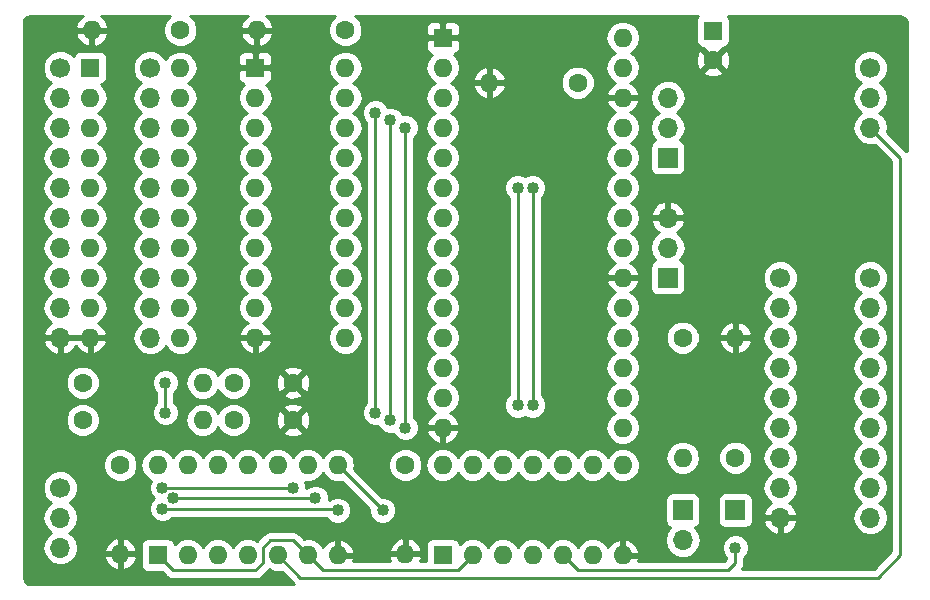
<source format=gtl>
G04 #@! TF.GenerationSoftware,KiCad,Pcbnew,5.0.2-bee76a0~70~ubuntu16.04.1*
G04 #@! TF.CreationDate,2019-04-16T16:13:36+01:00*
G04 #@! TF.ProjectId,AtomRamAndNoiseKiller,41746f6d-5261-46d4-916e-644e6f697365,rev?*
G04 #@! TF.SameCoordinates,PX8e4fe28PY93c3260*
G04 #@! TF.FileFunction,Copper,L1,Top*
G04 #@! TF.FilePolarity,Positive*
%FSLAX46Y46*%
G04 Gerber Fmt 4.6, Leading zero omitted, Abs format (unit mm)*
G04 Created by KiCad (PCBNEW 5.0.2-bee76a0~70~ubuntu16.04.1) date Tue 16 Apr 2019 16:13:36 BST*
%MOMM*%
%LPD*%
G01*
G04 APERTURE LIST*
G04 #@! TA.AperFunction,ComponentPad*
%ADD10R,1.700000X1.700000*%
G04 #@! TD*
G04 #@! TA.AperFunction,ComponentPad*
%ADD11O,1.700000X1.700000*%
G04 #@! TD*
G04 #@! TA.AperFunction,ComponentPad*
%ADD12O,1.600000X1.600000*%
G04 #@! TD*
G04 #@! TA.AperFunction,ComponentPad*
%ADD13R,1.600000X1.600000*%
G04 #@! TD*
G04 #@! TA.AperFunction,ComponentPad*
%ADD14C,1.600000*%
G04 #@! TD*
G04 #@! TA.AperFunction,ComponentPad*
%ADD15C,1.700000*%
G04 #@! TD*
G04 #@! TA.AperFunction,ViaPad*
%ADD16C,1.016000*%
G04 #@! TD*
G04 #@! TA.AperFunction,Conductor*
%ADD17C,0.254000*%
G04 #@! TD*
G04 APERTURE END LIST*
D10*
G04 #@! TO.P,J7,1*
G04 #@! TO.N,/RRDISABLE*
X60960000Y6985000D03*
G04 #@! TD*
G04 #@! TO.P,LK3,1*
G04 #@! TO.N,/LOAD*
X56515000Y6985000D03*
D11*
G04 #@! TO.P,LK3,2*
G04 #@! TO.N,Net-(LK3-Pad2)*
X56515000Y4445000D03*
G04 #@! TD*
G04 #@! TO.P,LK2,3*
G04 #@! TO.N,GND*
X55245000Y31750000D03*
G04 #@! TO.P,LK2,2*
G04 #@! TO.N,/RAMNOE*
X55245000Y29210000D03*
D10*
G04 #@! TO.P,LK2,1*
G04 #@! TO.N,Net-(LK2-Pad1)*
X55245000Y26670000D03*
G04 #@! TD*
G04 #@! TO.P,LK1,1*
G04 #@! TO.N,Net-(LK1-Pad1)*
X55245000Y36830000D03*
D11*
G04 #@! TO.P,LK1,2*
G04 #@! TO.N,/RAMNWE*
X55245000Y39370000D03*
G04 #@! TO.P,LK1,3*
G04 #@! TO.N,/NWE*
X55245000Y41910000D03*
G04 #@! TD*
D12*
G04 #@! TO.P,U2,14*
G04 #@! TO.N,VCC*
X36195000Y10795000D03*
G04 #@! TO.P,U2,7*
G04 #@! TO.N,GND*
X51435000Y3175000D03*
G04 #@! TO.P,U2,13*
G04 #@! TO.N,/NVDG*
X38735000Y10795000D03*
G04 #@! TO.P,U2,6*
G04 #@! TO.N,Net-(U2-Pad6)*
X48895000Y3175000D03*
G04 #@! TO.P,U2,12*
G04 #@! TO.N,Net-(U1-Pad10)*
X41275000Y10795000D03*
G04 #@! TO.P,U2,5*
G04 #@! TO.N,/RRDISABLE*
X46355000Y3175000D03*
G04 #@! TO.P,U2,11*
G04 #@! TO.N,Net-(U2-Pad10)*
X43815000Y10795000D03*
G04 #@! TO.P,U2,4*
G04 #@! TO.N,/RRDISABLE*
X43815000Y3175000D03*
G04 #@! TO.P,U2,10*
G04 #@! TO.N,Net-(U2-Pad10)*
X46355000Y10795000D03*
G04 #@! TO.P,U2,3*
G04 #@! TO.N,Net-(LK1-Pad1)*
X41275000Y3175000D03*
G04 #@! TO.P,U2,9*
G04 #@! TO.N,Net-(U2-Pad6)*
X48895000Y10795000D03*
G04 #@! TO.P,U2,2*
G04 #@! TO.N,Net-(LK2-Pad1)*
X38735000Y3175000D03*
G04 #@! TO.P,U2,8*
G04 #@! TO.N,Net-(LK3-Pad2)*
X51435000Y10795000D03*
D13*
G04 #@! TO.P,U2,1*
G04 #@! TO.N,Net-(U1-Pad8)*
X36195000Y3175000D03*
G04 #@! TD*
D12*
G04 #@! TO.P,C2,2*
G04 #@! TO.N,GND*
X33020000Y3295000D03*
D14*
G04 #@! TO.P,C2,1*
G04 #@! TO.N,VCC*
X33020000Y10795000D03*
G04 #@! TD*
D13*
G04 #@! TO.P,U1,1*
G04 #@! TO.N,Net-(LK2-Pad1)*
X12065000Y3175000D03*
D12*
G04 #@! TO.P,U1,8*
G04 #@! TO.N,Net-(U1-Pad8)*
X27305000Y10795000D03*
G04 #@! TO.P,U1,2*
G04 #@! TO.N,Net-(R2-Pad1)*
X14605000Y3175000D03*
G04 #@! TO.P,U1,9*
G04 #@! TO.N,Net-(U1-Pad4)*
X24765000Y10795000D03*
G04 #@! TO.P,U1,3*
G04 #@! TO.N,Net-(C8-Pad1)*
X17145000Y3175000D03*
G04 #@! TO.P,U1,10*
G04 #@! TO.N,Net-(U1-Pad10)*
X22225000Y10795000D03*
G04 #@! TO.P,U1,4*
G04 #@! TO.N,Net-(U1-Pad4)*
X19685000Y3175000D03*
G04 #@! TO.P,U1,11*
G04 #@! TO.N,Net-(C7-Pad1)*
X19685000Y10795000D03*
G04 #@! TO.P,U1,5*
G04 #@! TO.N,/NWE*
X22225000Y3175000D03*
G04 #@! TO.P,U1,12*
G04 #@! TO.N,Net-(R1-Pad1)*
X17145000Y10795000D03*
G04 #@! TO.P,U1,6*
G04 #@! TO.N,Net-(LK2-Pad1)*
X24765000Y3175000D03*
G04 #@! TO.P,U1,13*
G04 #@! TO.N,/NVDG*
X14605000Y10795000D03*
G04 #@! TO.P,U1,7*
G04 #@! TO.N,GND*
X27305000Y3175000D03*
G04 #@! TO.P,U1,14*
G04 #@! TO.N,VCC*
X12065000Y10795000D03*
G04 #@! TD*
D14*
G04 #@! TO.P,C8,1*
G04 #@! TO.N,Net-(C8-Pad1)*
X18495000Y14605000D03*
G04 #@! TO.P,C8,2*
G04 #@! TO.N,GND*
X23495000Y14605000D03*
G04 #@! TD*
G04 #@! TO.P,R4,1*
G04 #@! TO.N,VCC*
X56515000Y21590000D03*
D12*
G04 #@! TO.P,R4,2*
G04 #@! TO.N,/LOAD*
X56515000Y11430000D03*
G04 #@! TD*
D11*
G04 #@! TO.P,J3,3*
G04 #@! TO.N,/NWE*
X72390000Y39370000D03*
G04 #@! TO.P,J3,2*
G04 #@! TO.N,Net-(J3-Pad2)*
X72390000Y41910000D03*
D15*
G04 #@! TO.P,J3,1*
G04 #@! TO.N,Net-(J3-Pad1)*
X72390000Y44450000D03*
G04 #@! TD*
D12*
G04 #@! TO.P,C1,2*
G04 #@! TO.N,GND*
X8890000Y3295000D03*
D14*
G04 #@! TO.P,C1,1*
G04 #@! TO.N,VCC*
X8890000Y10795000D03*
G04 #@! TD*
D12*
G04 #@! TO.P,C3,2*
G04 #@! TO.N,GND*
X6470000Y47625000D03*
D14*
G04 #@! TO.P,C3,1*
G04 #@! TO.N,VCC*
X13970000Y47625000D03*
G04 #@! TD*
D12*
G04 #@! TO.P,C4,2*
G04 #@! TO.N,GND*
X20440000Y47625000D03*
D14*
G04 #@! TO.P,C4,1*
G04 #@! TO.N,VCC*
X27940000Y47625000D03*
G04 #@! TD*
D12*
G04 #@! TO.P,C5,2*
G04 #@! TO.N,GND*
X40125000Y43180000D03*
D14*
G04 #@! TO.P,C5,1*
G04 #@! TO.N,VCC*
X47625000Y43180000D03*
G04 #@! TD*
D12*
G04 #@! TO.P,U5,28*
G04 #@! TO.N,VCC*
X51435000Y46990000D03*
G04 #@! TO.P,U5,14*
G04 #@! TO.N,GND*
X36195000Y13970000D03*
G04 #@! TO.P,U5,27*
G04 #@! TO.N,/RAMNWE*
X51435000Y44450000D03*
G04 #@! TO.P,U5,13*
G04 #@! TO.N,/RD7*
X36195000Y16510000D03*
G04 #@! TO.P,U5,26*
G04 #@! TO.N,GND*
X51435000Y41910000D03*
G04 #@! TO.P,U5,12*
G04 #@! TO.N,/RD6*
X36195000Y19050000D03*
G04 #@! TO.P,U5,25*
G04 #@! TO.N,/A7*
X51435000Y39370000D03*
G04 #@! TO.P,U5,11*
G04 #@! TO.N,/RD5*
X36195000Y21590000D03*
G04 #@! TO.P,U5,24*
G04 #@! TO.N,/A8*
X51435000Y36830000D03*
G04 #@! TO.P,U5,10*
G04 #@! TO.N,/A2*
X36195000Y24130000D03*
G04 #@! TO.P,U5,23*
G04 #@! TO.N,/A9*
X51435000Y34290000D03*
G04 #@! TO.P,U5,9*
G04 #@! TO.N,/A1*
X36195000Y26670000D03*
G04 #@! TO.P,U5,22*
G04 #@! TO.N,/RAMNOE*
X51435000Y31750000D03*
G04 #@! TO.P,U5,8*
G04 #@! TO.N,/A0*
X36195000Y29210000D03*
G04 #@! TO.P,U5,21*
G04 #@! TO.N,/A6*
X51435000Y29210000D03*
G04 #@! TO.P,U5,7*
G04 #@! TO.N,/A3*
X36195000Y31750000D03*
G04 #@! TO.P,U5,20*
G04 #@! TO.N,GND*
X51435000Y26670000D03*
G04 #@! TO.P,U5,6*
G04 #@! TO.N,/A4*
X36195000Y34290000D03*
G04 #@! TO.P,U5,19*
G04 #@! TO.N,/RD0*
X51435000Y24130000D03*
G04 #@! TO.P,U5,5*
G04 #@! TO.N,/A5*
X36195000Y36830000D03*
G04 #@! TO.P,U5,18*
G04 #@! TO.N,/RD1*
X51435000Y21590000D03*
G04 #@! TO.P,U5,4*
G04 #@! TO.N,/A12*
X36195000Y39370000D03*
G04 #@! TO.P,U5,17*
G04 #@! TO.N,/RD2*
X51435000Y19050000D03*
G04 #@! TO.P,U5,3*
G04 #@! TO.N,/A11*
X36195000Y41910000D03*
G04 #@! TO.P,U5,16*
G04 #@! TO.N,/RD3*
X51435000Y16510000D03*
G04 #@! TO.P,U5,2*
G04 #@! TO.N,/A10*
X36195000Y44450000D03*
G04 #@! TO.P,U5,15*
G04 #@! TO.N,/RD4*
X51435000Y13970000D03*
D13*
G04 #@! TO.P,U5,1*
G04 #@! TO.N,GND*
X36195000Y46990000D03*
G04 #@! TD*
D11*
G04 #@! TO.P,J1,10*
G04 #@! TO.N,/NVDG*
X11430000Y21590000D03*
G04 #@! TO.P,J1,9*
G04 #@! TO.N,/VD7*
X11430000Y24130000D03*
G04 #@! TO.P,J1,8*
G04 #@! TO.N,/VD6*
X11430000Y26670000D03*
G04 #@! TO.P,J1,7*
G04 #@! TO.N,/VD5*
X11430000Y29210000D03*
G04 #@! TO.P,J1,6*
G04 #@! TO.N,/VD4*
X11430000Y31750000D03*
G04 #@! TO.P,J1,5*
G04 #@! TO.N,/VD3*
X11430000Y34290000D03*
G04 #@! TO.P,J1,4*
G04 #@! TO.N,/VD2*
X11430000Y36830000D03*
G04 #@! TO.P,J1,3*
G04 #@! TO.N,/VD1*
X11430000Y39370000D03*
G04 #@! TO.P,J1,2*
G04 #@! TO.N,/VD0*
X11430000Y41910000D03*
D15*
G04 #@! TO.P,J1,1*
G04 #@! TO.N,VCC*
X11430000Y44450000D03*
G04 #@! TD*
D11*
G04 #@! TO.P,J6,3*
G04 #@! TO.N,/A12*
X3810000Y3810000D03*
G04 #@! TO.P,J6,2*
G04 #@! TO.N,/A11*
X3810000Y6350000D03*
D15*
G04 #@! TO.P,J6,1*
G04 #@! TO.N,/A10*
X3810000Y8890000D03*
G04 #@! TD*
D11*
G04 #@! TO.P,J4,9*
G04 #@! TO.N,GND*
X64770000Y6350000D03*
G04 #@! TO.P,J4,8*
G04 #@! TO.N,Net-(J4-Pad8)*
X64770000Y8890000D03*
G04 #@! TO.P,J4,7*
G04 #@! TO.N,/A2*
X64770000Y11430000D03*
G04 #@! TO.P,J4,6*
G04 #@! TO.N,/A1*
X64770000Y13970000D03*
G04 #@! TO.P,J4,5*
G04 #@! TO.N,/A0*
X64770000Y16510000D03*
G04 #@! TO.P,J4,4*
G04 #@! TO.N,/A3*
X64770000Y19050000D03*
G04 #@! TO.P,J4,3*
G04 #@! TO.N,/A4*
X64770000Y21590000D03*
G04 #@! TO.P,J4,2*
G04 #@! TO.N,/A5*
X64770000Y24130000D03*
D15*
G04 #@! TO.P,J4,1*
G04 #@! TO.N,/A6*
X64770000Y26670000D03*
G04 #@! TD*
D11*
G04 #@! TO.P,J5,9*
G04 #@! TO.N,Net-(J5-Pad9)*
X72390000Y6350000D03*
G04 #@! TO.P,J5,8*
G04 #@! TO.N,Net-(J5-Pad8)*
X72390000Y8890000D03*
G04 #@! TO.P,J5,7*
G04 #@! TO.N,Net-(J5-Pad7)*
X72390000Y11430000D03*
G04 #@! TO.P,J5,6*
G04 #@! TO.N,Net-(J5-Pad6)*
X72390000Y13970000D03*
G04 #@! TO.P,J5,5*
G04 #@! TO.N,Net-(J5-Pad5)*
X72390000Y16510000D03*
G04 #@! TO.P,J5,4*
G04 #@! TO.N,/A9*
X72390000Y19050000D03*
G04 #@! TO.P,J5,3*
G04 #@! TO.N,/A8*
X72390000Y21590000D03*
G04 #@! TO.P,J5,2*
G04 #@! TO.N,/A7*
X72390000Y24130000D03*
D15*
G04 #@! TO.P,J5,1*
G04 #@! TO.N,VCC*
X72390000Y26670000D03*
G04 #@! TD*
D11*
G04 #@! TO.P,J2,10*
G04 #@! TO.N,GND*
X3810000Y21590000D03*
G04 #@! TO.P,J2,9*
G04 #@! TO.N,/NDRS*
X3810000Y24130000D03*
G04 #@! TO.P,J2,8*
G04 #@! TO.N,/PD7*
X3810000Y26670000D03*
G04 #@! TO.P,J2,7*
G04 #@! TO.N,/PD6*
X3810000Y29210000D03*
G04 #@! TO.P,J2,6*
G04 #@! TO.N,/PD5*
X3810000Y31750000D03*
G04 #@! TO.P,J2,5*
G04 #@! TO.N,/PD4*
X3810000Y34290000D03*
G04 #@! TO.P,J2,4*
G04 #@! TO.N,/PD3*
X3810000Y36830000D03*
G04 #@! TO.P,J2,3*
G04 #@! TO.N,/PD2*
X3810000Y39370000D03*
G04 #@! TO.P,J2,2*
G04 #@! TO.N,/PD1*
X3810000Y41910000D03*
D15*
G04 #@! TO.P,J2,1*
G04 #@! TO.N,/PD0*
X3810000Y44450000D03*
G04 #@! TD*
D14*
G04 #@! TO.P,C6,2*
G04 #@! TO.N,GND*
X59055000Y45085000D03*
D13*
G04 #@! TO.P,C6,1*
G04 #@! TO.N,VCC*
X59055000Y47585000D03*
G04 #@! TD*
D14*
G04 #@! TO.P,C7,2*
G04 #@! TO.N,GND*
X23495000Y17780000D03*
G04 #@! TO.P,C7,1*
G04 #@! TO.N,Net-(C7-Pad1)*
X18495000Y17780000D03*
G04 #@! TD*
D12*
G04 #@! TO.P,U3,20*
G04 #@! TO.N,VCC*
X13970000Y44450000D03*
G04 #@! TO.P,U3,10*
G04 #@! TO.N,GND*
X6350000Y21590000D03*
G04 #@! TO.P,U3,19*
G04 #@! TO.N,/NVDG*
X13970000Y41910000D03*
G04 #@! TO.P,U3,9*
G04 #@! TO.N,/PD7*
X6350000Y24130000D03*
G04 #@! TO.P,U3,18*
G04 #@! TO.N,/RD0*
X13970000Y39370000D03*
G04 #@! TO.P,U3,8*
G04 #@! TO.N,/PD6*
X6350000Y26670000D03*
G04 #@! TO.P,U3,17*
G04 #@! TO.N,/RD1*
X13970000Y36830000D03*
G04 #@! TO.P,U3,7*
G04 #@! TO.N,/PD5*
X6350000Y29210000D03*
G04 #@! TO.P,U3,16*
G04 #@! TO.N,/RD2*
X13970000Y34290000D03*
G04 #@! TO.P,U3,6*
G04 #@! TO.N,/PD4*
X6350000Y31750000D03*
G04 #@! TO.P,U3,15*
G04 #@! TO.N,/RD3*
X13970000Y31750000D03*
G04 #@! TO.P,U3,5*
G04 #@! TO.N,/PD3*
X6350000Y34290000D03*
G04 #@! TO.P,U3,14*
G04 #@! TO.N,/RD4*
X13970000Y29210000D03*
G04 #@! TO.P,U3,4*
G04 #@! TO.N,/PD2*
X6350000Y36830000D03*
G04 #@! TO.P,U3,13*
G04 #@! TO.N,/RD5*
X13970000Y26670000D03*
G04 #@! TO.P,U3,3*
G04 #@! TO.N,/PD1*
X6350000Y39370000D03*
G04 #@! TO.P,U3,12*
G04 #@! TO.N,/RD6*
X13970000Y24130000D03*
G04 #@! TO.P,U3,2*
G04 #@! TO.N,/PD0*
X6350000Y41910000D03*
G04 #@! TO.P,U3,11*
G04 #@! TO.N,/RD7*
X13970000Y21590000D03*
D13*
G04 #@! TO.P,U3,1*
G04 #@! TO.N,/NDRS*
X6350000Y44450000D03*
G04 #@! TD*
D12*
G04 #@! TO.P,U4,20*
G04 #@! TO.N,VCC*
X27940000Y44450000D03*
G04 #@! TO.P,U4,10*
G04 #@! TO.N,GND*
X20320000Y21590000D03*
G04 #@! TO.P,U4,19*
G04 #@! TO.N,/VD0*
X27940000Y41910000D03*
G04 #@! TO.P,U4,9*
G04 #@! TO.N,/RD7*
X20320000Y24130000D03*
G04 #@! TO.P,U4,18*
G04 #@! TO.N,/VD1*
X27940000Y39370000D03*
G04 #@! TO.P,U4,8*
G04 #@! TO.N,/RD6*
X20320000Y26670000D03*
G04 #@! TO.P,U4,17*
G04 #@! TO.N,/VD2*
X27940000Y36830000D03*
G04 #@! TO.P,U4,7*
G04 #@! TO.N,/RD5*
X20320000Y29210000D03*
G04 #@! TO.P,U4,16*
G04 #@! TO.N,/VD3*
X27940000Y34290000D03*
G04 #@! TO.P,U4,6*
G04 #@! TO.N,/RD4*
X20320000Y31750000D03*
G04 #@! TO.P,U4,15*
G04 #@! TO.N,/VD4*
X27940000Y31750000D03*
G04 #@! TO.P,U4,5*
G04 #@! TO.N,/RD3*
X20320000Y34290000D03*
G04 #@! TO.P,U4,14*
G04 #@! TO.N,/VD5*
X27940000Y29210000D03*
G04 #@! TO.P,U4,4*
G04 #@! TO.N,/RD2*
X20320000Y36830000D03*
G04 #@! TO.P,U4,13*
G04 #@! TO.N,/VD6*
X27940000Y26670000D03*
G04 #@! TO.P,U4,3*
G04 #@! TO.N,/RD1*
X20320000Y39370000D03*
G04 #@! TO.P,U4,12*
G04 #@! TO.N,/VD7*
X27940000Y24130000D03*
G04 #@! TO.P,U4,2*
G04 #@! TO.N,/RD0*
X20320000Y41910000D03*
G04 #@! TO.P,U4,11*
G04 #@! TO.N,/LOAD*
X27940000Y21590000D03*
D13*
G04 #@! TO.P,U4,1*
G04 #@! TO.N,GND*
X20320000Y44450000D03*
G04 #@! TD*
D12*
G04 #@! TO.P,R3,2*
G04 #@! TO.N,GND*
X60960000Y21590000D03*
D14*
G04 #@! TO.P,R3,1*
G04 #@! TO.N,/RRDISABLE*
X60960000Y11430000D03*
G04 #@! TD*
D12*
G04 #@! TO.P,R1,2*
G04 #@! TO.N,Net-(C7-Pad1)*
X15875000Y17780000D03*
D14*
G04 #@! TO.P,R1,1*
G04 #@! TO.N,Net-(R1-Pad1)*
X5715000Y17780000D03*
G04 #@! TD*
D12*
G04 #@! TO.P,R2,2*
G04 #@! TO.N,Net-(C8-Pad1)*
X15875000Y14605000D03*
D14*
G04 #@! TO.P,R2,1*
G04 #@! TO.N,Net-(R2-Pad1)*
X5715000Y14605000D03*
G04 #@! TD*
D16*
G04 #@! TO.N,/RRDISABLE*
X60960000Y3810000D03*
G04 #@! TO.N,/A12*
X33020000Y39370000D03*
X33020000Y13970000D03*
X27305000Y6985000D03*
X12446000Y7112000D03*
G04 #@! TO.N,/A10*
X30480000Y40640000D03*
X30480000Y15240000D03*
X23495000Y8890000D03*
X12446000Y8890000D03*
G04 #@! TO.N,/A11*
X31750000Y40005000D03*
X31750000Y14605000D03*
X25400000Y8001000D03*
X13335000Y8001000D03*
G04 #@! TO.N,/NVDG*
X12700000Y17780000D03*
X12700000Y15240000D03*
G04 #@! TO.N,Net-(U1-Pad8)*
X31115000Y6985000D03*
G04 #@! TO.N,Net-(LK1-Pad1)*
X43815000Y15875000D03*
X43815000Y34290000D03*
G04 #@! TO.N,Net-(LK2-Pad1)*
X42545000Y34290000D03*
X42545000Y15875000D03*
G04 #@! TD*
D17*
G04 #@! TO.N,/RRDISABLE*
X47625000Y1905000D02*
X60325000Y1905000D01*
X46355000Y3175000D02*
X47625000Y1905000D01*
X60325000Y1905000D02*
X60960000Y2540000D01*
X60960000Y2540000D02*
X60960000Y3810000D01*
G04 #@! TO.N,/A12*
X33020000Y39370000D02*
X33020000Y13970000D01*
X27178000Y7112000D02*
X27305000Y6985000D01*
X12446000Y7112000D02*
X27178000Y7112000D01*
G04 #@! TO.N,/A10*
X30480000Y15240000D02*
X30480000Y40640000D01*
X12446000Y8890000D02*
X23495000Y8890000D01*
G04 #@! TO.N,/A11*
X31750000Y40005000D02*
X31750000Y14605000D01*
X25400000Y8001000D02*
X13335000Y8001000D01*
G04 #@! TO.N,/NWE*
X74930000Y36830000D02*
X72390000Y39370000D01*
X24130000Y1270000D02*
X73025000Y1270000D01*
X22225000Y3175000D02*
X24130000Y1270000D01*
X74930000Y3175000D02*
X74930000Y36830000D01*
X73025000Y1270000D02*
X74930000Y3175000D01*
G04 #@! TO.N,/NVDG*
X12700000Y17780000D02*
X12700000Y15240000D01*
G04 #@! TO.N,Net-(U1-Pad8)*
X31115000Y6985000D02*
X27305000Y10795000D01*
G04 #@! TO.N,Net-(LK1-Pad1)*
X43815000Y34290000D02*
X43815000Y15875000D01*
G04 #@! TO.N,Net-(LK2-Pad1)*
X24765000Y3175000D02*
X23495000Y4445000D01*
X20955000Y3810000D02*
X20955000Y2540000D01*
X23495000Y4445000D02*
X21590000Y4445000D01*
X21590000Y4445000D02*
X20955000Y3810000D01*
X13335000Y1905000D02*
X12065000Y3175000D01*
X20955000Y2540000D02*
X20320000Y1905000D01*
X20320000Y1905000D02*
X13335000Y1905000D01*
X24765000Y3175000D02*
X26035000Y1905000D01*
X26035000Y1905000D02*
X37465000Y1905000D01*
X37465000Y1905000D02*
X38735000Y3175000D01*
X42545000Y15875000D02*
X42545000Y34290000D01*
G04 #@! TD*
G04 #@! TO.N,GND*
G36*
X5614866Y48777389D02*
X5238959Y48362423D01*
X5078096Y47974039D01*
X5200085Y47752000D01*
X6343000Y47752000D01*
X6343000Y47772000D01*
X6597000Y47772000D01*
X6597000Y47752000D01*
X7739915Y47752000D01*
X7861904Y47974039D01*
X7701041Y48362423D01*
X7325134Y48777389D01*
X7235101Y48820000D01*
X13135604Y48820000D01*
X12753466Y48437862D01*
X12535000Y47910439D01*
X12535000Y47339561D01*
X12753466Y46812138D01*
X13157138Y46408466D01*
X13684561Y46190000D01*
X14255439Y46190000D01*
X14782862Y46408466D01*
X15186534Y46812138D01*
X15378655Y47275961D01*
X19048096Y47275961D01*
X19208959Y46887577D01*
X19584866Y46472611D01*
X20090959Y46233086D01*
X20313000Y46354371D01*
X20313000Y47498000D01*
X20567000Y47498000D01*
X20567000Y46354371D01*
X20789041Y46233086D01*
X21295134Y46472611D01*
X21671041Y46887577D01*
X21831904Y47275961D01*
X21709915Y47498000D01*
X20567000Y47498000D01*
X20313000Y47498000D01*
X19170085Y47498000D01*
X19048096Y47275961D01*
X15378655Y47275961D01*
X15405000Y47339561D01*
X15405000Y47910439D01*
X15186534Y48437862D01*
X14804396Y48820000D01*
X19674899Y48820000D01*
X19584866Y48777389D01*
X19208959Y48362423D01*
X19048096Y47974039D01*
X19170085Y47752000D01*
X20313000Y47752000D01*
X20313000Y47772000D01*
X20567000Y47772000D01*
X20567000Y47752000D01*
X21709915Y47752000D01*
X21831904Y47974039D01*
X21671041Y48362423D01*
X21295134Y48777389D01*
X21205101Y48820000D01*
X27105604Y48820000D01*
X26723466Y48437862D01*
X26505000Y47910439D01*
X26505000Y47339561D01*
X26723466Y46812138D01*
X27127138Y46408466D01*
X27654561Y46190000D01*
X28225439Y46190000D01*
X28752862Y46408466D01*
X29156534Y46812138D01*
X29230206Y46990000D01*
X49971887Y46990000D01*
X50083260Y46430091D01*
X50400423Y45955423D01*
X50752758Y45720000D01*
X50400423Y45484577D01*
X50083260Y45009909D01*
X49971887Y44450000D01*
X50083260Y43890091D01*
X50400423Y43415423D01*
X50784108Y43159053D01*
X50579866Y43062389D01*
X50203959Y42647423D01*
X50043096Y42259039D01*
X50165085Y42037000D01*
X51308000Y42037000D01*
X51308000Y42057000D01*
X51562000Y42057000D01*
X51562000Y42037000D01*
X52704915Y42037000D01*
X52826904Y42259039D01*
X52666041Y42647423D01*
X52290134Y43062389D01*
X52085892Y43159053D01*
X52469577Y43415423D01*
X52786740Y43890091D01*
X52823969Y44077255D01*
X58226861Y44077255D01*
X58300995Y43831136D01*
X58838223Y43638035D01*
X59408454Y43665222D01*
X59809005Y43831136D01*
X59883139Y44077255D01*
X59055000Y44905395D01*
X58226861Y44077255D01*
X52823969Y44077255D01*
X52898113Y44450000D01*
X52786740Y45009909D01*
X52591721Y45301777D01*
X57608035Y45301777D01*
X57635222Y44731546D01*
X57801136Y44330995D01*
X58047255Y44256861D01*
X58875395Y45085000D01*
X59234605Y45085000D01*
X60062745Y44256861D01*
X60308864Y44330995D01*
X60501965Y44868223D01*
X60474778Y45438454D01*
X60308864Y45839005D01*
X60062745Y45913139D01*
X59234605Y45085000D01*
X58875395Y45085000D01*
X58047255Y45913139D01*
X57801136Y45839005D01*
X57608035Y45301777D01*
X52591721Y45301777D01*
X52469577Y45484577D01*
X52117242Y45720000D01*
X52469577Y45955423D01*
X52786740Y46430091D01*
X52898113Y46990000D01*
X52786740Y47549909D01*
X52469577Y48024577D01*
X51994909Y48341740D01*
X51576333Y48425000D01*
X51293667Y48425000D01*
X50875091Y48341740D01*
X50400423Y48024577D01*
X50083260Y47549909D01*
X49971887Y46990000D01*
X29230206Y46990000D01*
X29375000Y47339561D01*
X29375000Y47910439D01*
X29372569Y47916310D01*
X34760000Y47916310D01*
X34760000Y47275750D01*
X34918750Y47117000D01*
X36068000Y47117000D01*
X36068000Y48266250D01*
X36322000Y48266250D01*
X36322000Y47117000D01*
X37471250Y47117000D01*
X37630000Y47275750D01*
X37630000Y47916310D01*
X37533327Y48149699D01*
X37354698Y48328327D01*
X37121309Y48425000D01*
X36480750Y48425000D01*
X36322000Y48266250D01*
X36068000Y48266250D01*
X35909250Y48425000D01*
X35268691Y48425000D01*
X35035302Y48328327D01*
X34856673Y48149699D01*
X34760000Y47916310D01*
X29372569Y47916310D01*
X29156534Y48437862D01*
X28774396Y48820000D01*
X57781950Y48820000D01*
X57656843Y48632765D01*
X57607560Y48385000D01*
X57607560Y46785000D01*
X57656843Y46537235D01*
X57797191Y46327191D01*
X58007235Y46186843D01*
X58241187Y46140307D01*
X58226861Y46092745D01*
X59055000Y45264605D01*
X59883139Y46092745D01*
X59868813Y46140307D01*
X60102765Y46186843D01*
X60312809Y46327191D01*
X60453157Y46537235D01*
X60502440Y46785000D01*
X60502440Y48385000D01*
X60453157Y48632765D01*
X60328050Y48820000D01*
X74867881Y48820000D01*
X75117787Y48775935D01*
X75282920Y48680595D01*
X75405488Y48534523D01*
X75481555Y48325535D01*
X75490000Y48229004D01*
X75490000Y37363463D01*
X75479371Y37379371D01*
X75415746Y37421884D01*
X73831679Y39005951D01*
X73904092Y39370000D01*
X73788839Y39949418D01*
X73460625Y40440625D01*
X73162239Y40640000D01*
X73460625Y40839375D01*
X73788839Y41330582D01*
X73904092Y41910000D01*
X73788839Y42489418D01*
X73460625Y42980625D01*
X73178389Y43169209D01*
X73231185Y43191078D01*
X73648922Y43608815D01*
X73875000Y44154615D01*
X73875000Y44745385D01*
X73648922Y45291185D01*
X73231185Y45708922D01*
X72685385Y45935000D01*
X72094615Y45935000D01*
X71548815Y45708922D01*
X71131078Y45291185D01*
X70905000Y44745385D01*
X70905000Y44154615D01*
X71131078Y43608815D01*
X71548815Y43191078D01*
X71601611Y43169209D01*
X71319375Y42980625D01*
X70991161Y42489418D01*
X70875908Y41910000D01*
X70991161Y41330582D01*
X71319375Y40839375D01*
X71617761Y40640000D01*
X71319375Y40440625D01*
X70991161Y39949418D01*
X70875908Y39370000D01*
X70991161Y38790582D01*
X71319375Y38299375D01*
X71810582Y37971161D01*
X72243744Y37885000D01*
X72536256Y37885000D01*
X72754049Y37928321D01*
X74168001Y36514369D01*
X74168000Y3490631D01*
X72709370Y2032000D01*
X61537014Y2032000D01*
X61677788Y2242683D01*
X61722000Y2464952D01*
X61722000Y2464953D01*
X61736928Y2540000D01*
X61722000Y2615047D01*
X61722000Y2955553D01*
X61928989Y3162542D01*
X62103000Y3582643D01*
X62103000Y4037357D01*
X61928989Y4457458D01*
X61607458Y4778989D01*
X61187357Y4953000D01*
X60732643Y4953000D01*
X60312542Y4778989D01*
X59991011Y4457458D01*
X59817000Y4037357D01*
X59817000Y3582643D01*
X59991011Y3162542D01*
X60198000Y2955553D01*
X60198000Y2855631D01*
X60009370Y2667000D01*
X52751681Y2667000D01*
X52826914Y2825959D01*
X52705629Y3048000D01*
X51562000Y3048000D01*
X51562000Y3028000D01*
X51308000Y3028000D01*
X51308000Y3048000D01*
X51288000Y3048000D01*
X51288000Y3302000D01*
X51308000Y3302000D01*
X51308000Y4444915D01*
X51562000Y4444915D01*
X51562000Y3302000D01*
X52705629Y3302000D01*
X52826914Y3524041D01*
X52587389Y4030134D01*
X52172423Y4406041D01*
X52078362Y4445000D01*
X55000908Y4445000D01*
X55116161Y3865582D01*
X55444375Y3374375D01*
X55935582Y3046161D01*
X56368744Y2960000D01*
X56661256Y2960000D01*
X57094418Y3046161D01*
X57585625Y3374375D01*
X57913839Y3865582D01*
X58029092Y4445000D01*
X57913839Y5024418D01*
X57585625Y5515625D01*
X57567381Y5527816D01*
X57612765Y5536843D01*
X57822809Y5677191D01*
X57963157Y5887235D01*
X58012440Y6135000D01*
X58012440Y7835000D01*
X59462560Y7835000D01*
X59462560Y6135000D01*
X59511843Y5887235D01*
X59652191Y5677191D01*
X59862235Y5536843D01*
X60110000Y5487560D01*
X61810000Y5487560D01*
X62057765Y5536843D01*
X62267809Y5677191D01*
X62408157Y5887235D01*
X62429216Y5993110D01*
X63328524Y5993110D01*
X63498355Y5583076D01*
X63888642Y5154817D01*
X64413108Y4908514D01*
X64643000Y5029181D01*
X64643000Y6223000D01*
X64897000Y6223000D01*
X64897000Y5029181D01*
X65126892Y4908514D01*
X65651358Y5154817D01*
X66041645Y5583076D01*
X66211476Y5993110D01*
X66090155Y6223000D01*
X64897000Y6223000D01*
X64643000Y6223000D01*
X63449845Y6223000D01*
X63328524Y5993110D01*
X62429216Y5993110D01*
X62457440Y6135000D01*
X62457440Y7835000D01*
X62408157Y8082765D01*
X62267809Y8292809D01*
X62057765Y8433157D01*
X61810000Y8482440D01*
X60110000Y8482440D01*
X59862235Y8433157D01*
X59652191Y8292809D01*
X59511843Y8082765D01*
X59462560Y7835000D01*
X58012440Y7835000D01*
X57963157Y8082765D01*
X57822809Y8292809D01*
X57612765Y8433157D01*
X57365000Y8482440D01*
X55665000Y8482440D01*
X55417235Y8433157D01*
X55207191Y8292809D01*
X55066843Y8082765D01*
X55017560Y7835000D01*
X55017560Y6135000D01*
X55066843Y5887235D01*
X55207191Y5677191D01*
X55417235Y5536843D01*
X55462619Y5527816D01*
X55444375Y5515625D01*
X55116161Y5024418D01*
X55000908Y4445000D01*
X52078362Y4445000D01*
X51784039Y4566904D01*
X51562000Y4444915D01*
X51308000Y4444915D01*
X51085961Y4566904D01*
X50697577Y4406041D01*
X50282611Y4030134D01*
X50185947Y3825892D01*
X49929577Y4209577D01*
X49454909Y4526740D01*
X49036333Y4610000D01*
X48753667Y4610000D01*
X48335091Y4526740D01*
X47860423Y4209577D01*
X47625000Y3857242D01*
X47389577Y4209577D01*
X46914909Y4526740D01*
X46496333Y4610000D01*
X46213667Y4610000D01*
X45795091Y4526740D01*
X45320423Y4209577D01*
X45085000Y3857242D01*
X44849577Y4209577D01*
X44374909Y4526740D01*
X43956333Y4610000D01*
X43673667Y4610000D01*
X43255091Y4526740D01*
X42780423Y4209577D01*
X42545000Y3857242D01*
X42309577Y4209577D01*
X41834909Y4526740D01*
X41416333Y4610000D01*
X41133667Y4610000D01*
X40715091Y4526740D01*
X40240423Y4209577D01*
X40005000Y3857242D01*
X39769577Y4209577D01*
X39294909Y4526740D01*
X38876333Y4610000D01*
X38593667Y4610000D01*
X38175091Y4526740D01*
X37700423Y4209577D01*
X37619785Y4088894D01*
X37593157Y4222765D01*
X37452809Y4432809D01*
X37242765Y4573157D01*
X36995000Y4622440D01*
X35395000Y4622440D01*
X35147235Y4573157D01*
X34937191Y4432809D01*
X34796843Y4222765D01*
X34747560Y3975000D01*
X34747560Y2667000D01*
X34279888Y2667000D01*
X34411914Y2945959D01*
X34290629Y3168000D01*
X33147000Y3168000D01*
X33147000Y3148000D01*
X32893000Y3148000D01*
X32893000Y3168000D01*
X31749371Y3168000D01*
X31628086Y2945959D01*
X31760112Y2667000D01*
X28621681Y2667000D01*
X28696914Y2825959D01*
X28575629Y3048000D01*
X27432000Y3048000D01*
X27432000Y3028000D01*
X27178000Y3028000D01*
X27178000Y3048000D01*
X27158000Y3048000D01*
X27158000Y3302000D01*
X27178000Y3302000D01*
X27178000Y4444915D01*
X27432000Y4444915D01*
X27432000Y3302000D01*
X28575629Y3302000D01*
X28696914Y3524041D01*
X28640121Y3644041D01*
X31628086Y3644041D01*
X31749371Y3422000D01*
X32893000Y3422000D01*
X32893000Y4564915D01*
X33147000Y4564915D01*
X33147000Y3422000D01*
X34290629Y3422000D01*
X34411914Y3644041D01*
X34172389Y4150134D01*
X33757423Y4526041D01*
X33369039Y4686904D01*
X33147000Y4564915D01*
X32893000Y4564915D01*
X32670961Y4686904D01*
X32282577Y4526041D01*
X31867611Y4150134D01*
X31628086Y3644041D01*
X28640121Y3644041D01*
X28457389Y4030134D01*
X28042423Y4406041D01*
X27654039Y4566904D01*
X27432000Y4444915D01*
X27178000Y4444915D01*
X26955961Y4566904D01*
X26567577Y4406041D01*
X26152611Y4030134D01*
X26055947Y3825892D01*
X25799577Y4209577D01*
X25324909Y4526740D01*
X24906333Y4610000D01*
X24623667Y4610000D01*
X24443473Y4574157D01*
X24086883Y4930747D01*
X24044371Y4994371D01*
X23792317Y5162788D01*
X23570048Y5207000D01*
X23570043Y5207000D01*
X23495000Y5221927D01*
X23419957Y5207000D01*
X21665047Y5207000D01*
X21590000Y5221928D01*
X21514953Y5207000D01*
X21514952Y5207000D01*
X21292683Y5162788D01*
X21040629Y4994371D01*
X20998118Y4930749D01*
X20469253Y4401883D01*
X20450512Y4389361D01*
X20244909Y4526740D01*
X19826333Y4610000D01*
X19543667Y4610000D01*
X19125091Y4526740D01*
X18650423Y4209577D01*
X18415000Y3857242D01*
X18179577Y4209577D01*
X17704909Y4526740D01*
X17286333Y4610000D01*
X17003667Y4610000D01*
X16585091Y4526740D01*
X16110423Y4209577D01*
X15875000Y3857242D01*
X15639577Y4209577D01*
X15164909Y4526740D01*
X14746333Y4610000D01*
X14463667Y4610000D01*
X14045091Y4526740D01*
X13570423Y4209577D01*
X13489785Y4088894D01*
X13463157Y4222765D01*
X13322809Y4432809D01*
X13112765Y4573157D01*
X12865000Y4622440D01*
X11265000Y4622440D01*
X11017235Y4573157D01*
X10807191Y4432809D01*
X10666843Y4222765D01*
X10617560Y3975000D01*
X10617560Y2375000D01*
X10666843Y2127235D01*
X10807191Y1917191D01*
X11017235Y1776843D01*
X11265000Y1727560D01*
X12434809Y1727560D01*
X12743118Y1419251D01*
X12785629Y1355629D01*
X12849251Y1313118D01*
X13037681Y1187213D01*
X13037682Y1187213D01*
X13037683Y1187212D01*
X13259952Y1143000D01*
X13259956Y1143000D01*
X13334999Y1128073D01*
X13410042Y1143000D01*
X20244957Y1143000D01*
X20320000Y1128073D01*
X20395043Y1143000D01*
X20395048Y1143000D01*
X20617317Y1187212D01*
X20869371Y1355629D01*
X20911883Y1419253D01*
X21440749Y1948118D01*
X21459488Y1960639D01*
X21665091Y1823260D01*
X22083667Y1740000D01*
X22366333Y1740000D01*
X22546527Y1775843D01*
X23538118Y784251D01*
X23580629Y720629D01*
X23596536Y710000D01*
X1332119Y710000D01*
X1082213Y754065D01*
X917081Y849404D01*
X794512Y995476D01*
X718445Y1204468D01*
X710000Y1300996D01*
X710000Y6350000D01*
X2295908Y6350000D01*
X2411161Y5770582D01*
X2739375Y5279375D01*
X3037761Y5080000D01*
X2739375Y4880625D01*
X2411161Y4389418D01*
X2295908Y3810000D01*
X2411161Y3230582D01*
X2739375Y2739375D01*
X3230582Y2411161D01*
X3663744Y2325000D01*
X3956256Y2325000D01*
X4389418Y2411161D01*
X4880625Y2739375D01*
X5018660Y2945959D01*
X7498086Y2945959D01*
X7737611Y2439866D01*
X8152577Y2063959D01*
X8540961Y1903096D01*
X8763000Y2025085D01*
X8763000Y3168000D01*
X9017000Y3168000D01*
X9017000Y2025085D01*
X9239039Y1903096D01*
X9627423Y2063959D01*
X10042389Y2439866D01*
X10281914Y2945959D01*
X10160629Y3168000D01*
X9017000Y3168000D01*
X8763000Y3168000D01*
X7619371Y3168000D01*
X7498086Y2945959D01*
X5018660Y2945959D01*
X5208839Y3230582D01*
X5291080Y3644041D01*
X7498086Y3644041D01*
X7619371Y3422000D01*
X8763000Y3422000D01*
X8763000Y4564915D01*
X9017000Y4564915D01*
X9017000Y3422000D01*
X10160629Y3422000D01*
X10281914Y3644041D01*
X10042389Y4150134D01*
X9627423Y4526041D01*
X9239039Y4686904D01*
X9017000Y4564915D01*
X8763000Y4564915D01*
X8540961Y4686904D01*
X8152577Y4526041D01*
X7737611Y4150134D01*
X7498086Y3644041D01*
X5291080Y3644041D01*
X5324092Y3810000D01*
X5208839Y4389418D01*
X4880625Y4880625D01*
X4582239Y5080000D01*
X4880625Y5279375D01*
X5208839Y5770582D01*
X5324092Y6350000D01*
X5208839Y6929418D01*
X4880625Y7420625D01*
X4598389Y7609209D01*
X4651185Y7631078D01*
X5068922Y8048815D01*
X5295000Y8594615D01*
X5295000Y9185385D01*
X5068922Y9731185D01*
X4651185Y10148922D01*
X4105385Y10375000D01*
X3514615Y10375000D01*
X2968815Y10148922D01*
X2551078Y9731185D01*
X2325000Y9185385D01*
X2325000Y8594615D01*
X2551078Y8048815D01*
X2968815Y7631078D01*
X3021611Y7609209D01*
X2739375Y7420625D01*
X2411161Y6929418D01*
X2295908Y6350000D01*
X710000Y6350000D01*
X710000Y11080439D01*
X7455000Y11080439D01*
X7455000Y10509561D01*
X7673466Y9982138D01*
X8077138Y9578466D01*
X8604561Y9360000D01*
X9175439Y9360000D01*
X9702862Y9578466D01*
X10106534Y9982138D01*
X10325000Y10509561D01*
X10325000Y10795000D01*
X10601887Y10795000D01*
X10713260Y10235091D01*
X11030423Y9760423D01*
X11452538Y9478375D01*
X11303000Y9117357D01*
X11303000Y8662643D01*
X11477011Y8242542D01*
X11718553Y8001000D01*
X11477011Y7759458D01*
X11303000Y7339357D01*
X11303000Y6884643D01*
X11477011Y6464542D01*
X11798542Y6143011D01*
X12218643Y5969000D01*
X12673357Y5969000D01*
X13093458Y6143011D01*
X13300447Y6350000D01*
X26330851Y6350000D01*
X26336011Y6337542D01*
X26657542Y6016011D01*
X27077643Y5842000D01*
X27532357Y5842000D01*
X27952458Y6016011D01*
X28273989Y6337542D01*
X28448000Y6757643D01*
X28448000Y7212357D01*
X28273989Y7632458D01*
X27952458Y7953989D01*
X27532357Y8128000D01*
X27077643Y8128000D01*
X26657542Y7953989D01*
X26577553Y7874000D01*
X26543000Y7874000D01*
X26543000Y8228357D01*
X26368989Y8648458D01*
X26047458Y8969989D01*
X25627357Y9144000D01*
X25172643Y9144000D01*
X24752542Y8969989D01*
X24638000Y8855447D01*
X24638000Y9117357D01*
X24529757Y9378680D01*
X24623667Y9360000D01*
X24906333Y9360000D01*
X25324909Y9443260D01*
X25799577Y9760423D01*
X26035000Y10112758D01*
X26270423Y9760423D01*
X26745091Y9443260D01*
X27163667Y9360000D01*
X27446333Y9360000D01*
X27626527Y9395843D01*
X29972000Y7050369D01*
X29972000Y6757643D01*
X30146011Y6337542D01*
X30467542Y6016011D01*
X30887643Y5842000D01*
X31342357Y5842000D01*
X31762458Y6016011D01*
X32083989Y6337542D01*
X32258000Y6757643D01*
X32258000Y7212357D01*
X32083989Y7632458D01*
X31762458Y7953989D01*
X31342357Y8128000D01*
X31049631Y8128000D01*
X28704157Y10473473D01*
X28768113Y10795000D01*
X28711336Y11080439D01*
X31585000Y11080439D01*
X31585000Y10509561D01*
X31803466Y9982138D01*
X32207138Y9578466D01*
X32734561Y9360000D01*
X33305439Y9360000D01*
X33832862Y9578466D01*
X34236534Y9982138D01*
X34455000Y10509561D01*
X34455000Y10795000D01*
X34731887Y10795000D01*
X34843260Y10235091D01*
X35160423Y9760423D01*
X35635091Y9443260D01*
X36053667Y9360000D01*
X36336333Y9360000D01*
X36754909Y9443260D01*
X37229577Y9760423D01*
X37465000Y10112758D01*
X37700423Y9760423D01*
X38175091Y9443260D01*
X38593667Y9360000D01*
X38876333Y9360000D01*
X39294909Y9443260D01*
X39769577Y9760423D01*
X40005000Y10112758D01*
X40240423Y9760423D01*
X40715091Y9443260D01*
X41133667Y9360000D01*
X41416333Y9360000D01*
X41834909Y9443260D01*
X42309577Y9760423D01*
X42545000Y10112758D01*
X42780423Y9760423D01*
X43255091Y9443260D01*
X43673667Y9360000D01*
X43956333Y9360000D01*
X44374909Y9443260D01*
X44849577Y9760423D01*
X45085000Y10112758D01*
X45320423Y9760423D01*
X45795091Y9443260D01*
X46213667Y9360000D01*
X46496333Y9360000D01*
X46914909Y9443260D01*
X47389577Y9760423D01*
X47625000Y10112758D01*
X47860423Y9760423D01*
X48335091Y9443260D01*
X48753667Y9360000D01*
X49036333Y9360000D01*
X49454909Y9443260D01*
X49929577Y9760423D01*
X50165000Y10112758D01*
X50400423Y9760423D01*
X50875091Y9443260D01*
X51293667Y9360000D01*
X51576333Y9360000D01*
X51994909Y9443260D01*
X52469577Y9760423D01*
X52786740Y10235091D01*
X52898113Y10795000D01*
X52786740Y11354909D01*
X52736566Y11430000D01*
X55051887Y11430000D01*
X55163260Y10870091D01*
X55480423Y10395423D01*
X55955091Y10078260D01*
X56373667Y9995000D01*
X56656333Y9995000D01*
X57074909Y10078260D01*
X57549577Y10395423D01*
X57866740Y10870091D01*
X57978113Y11430000D01*
X57921336Y11715439D01*
X59525000Y11715439D01*
X59525000Y11144561D01*
X59743466Y10617138D01*
X60147138Y10213466D01*
X60674561Y9995000D01*
X61245439Y9995000D01*
X61772862Y10213466D01*
X62176534Y10617138D01*
X62395000Y11144561D01*
X62395000Y11715439D01*
X62176534Y12242862D01*
X61772862Y12646534D01*
X61245439Y12865000D01*
X60674561Y12865000D01*
X60147138Y12646534D01*
X59743466Y12242862D01*
X59525000Y11715439D01*
X57921336Y11715439D01*
X57866740Y11989909D01*
X57549577Y12464577D01*
X57074909Y12781740D01*
X56656333Y12865000D01*
X56373667Y12865000D01*
X55955091Y12781740D01*
X55480423Y12464577D01*
X55163260Y11989909D01*
X55051887Y11430000D01*
X52736566Y11430000D01*
X52469577Y11829577D01*
X51994909Y12146740D01*
X51576333Y12230000D01*
X51293667Y12230000D01*
X50875091Y12146740D01*
X50400423Y11829577D01*
X50165000Y11477242D01*
X49929577Y11829577D01*
X49454909Y12146740D01*
X49036333Y12230000D01*
X48753667Y12230000D01*
X48335091Y12146740D01*
X47860423Y11829577D01*
X47625000Y11477242D01*
X47389577Y11829577D01*
X46914909Y12146740D01*
X46496333Y12230000D01*
X46213667Y12230000D01*
X45795091Y12146740D01*
X45320423Y11829577D01*
X45085000Y11477242D01*
X44849577Y11829577D01*
X44374909Y12146740D01*
X43956333Y12230000D01*
X43673667Y12230000D01*
X43255091Y12146740D01*
X42780423Y11829577D01*
X42545000Y11477242D01*
X42309577Y11829577D01*
X41834909Y12146740D01*
X41416333Y12230000D01*
X41133667Y12230000D01*
X40715091Y12146740D01*
X40240423Y11829577D01*
X40005000Y11477242D01*
X39769577Y11829577D01*
X39294909Y12146740D01*
X38876333Y12230000D01*
X38593667Y12230000D01*
X38175091Y12146740D01*
X37700423Y11829577D01*
X37465000Y11477242D01*
X37229577Y11829577D01*
X36754909Y12146740D01*
X36336333Y12230000D01*
X36053667Y12230000D01*
X35635091Y12146740D01*
X35160423Y11829577D01*
X34843260Y11354909D01*
X34731887Y10795000D01*
X34455000Y10795000D01*
X34455000Y11080439D01*
X34236534Y11607862D01*
X33832862Y12011534D01*
X33305439Y12230000D01*
X32734561Y12230000D01*
X32207138Y12011534D01*
X31803466Y11607862D01*
X31585000Y11080439D01*
X28711336Y11080439D01*
X28656740Y11354909D01*
X28339577Y11829577D01*
X27864909Y12146740D01*
X27446333Y12230000D01*
X27163667Y12230000D01*
X26745091Y12146740D01*
X26270423Y11829577D01*
X26035000Y11477242D01*
X25799577Y11829577D01*
X25324909Y12146740D01*
X24906333Y12230000D01*
X24623667Y12230000D01*
X24205091Y12146740D01*
X23730423Y11829577D01*
X23495000Y11477242D01*
X23259577Y11829577D01*
X22784909Y12146740D01*
X22366333Y12230000D01*
X22083667Y12230000D01*
X21665091Y12146740D01*
X21190423Y11829577D01*
X20955000Y11477242D01*
X20719577Y11829577D01*
X20244909Y12146740D01*
X19826333Y12230000D01*
X19543667Y12230000D01*
X19125091Y12146740D01*
X18650423Y11829577D01*
X18415000Y11477242D01*
X18179577Y11829577D01*
X17704909Y12146740D01*
X17286333Y12230000D01*
X17003667Y12230000D01*
X16585091Y12146740D01*
X16110423Y11829577D01*
X15875000Y11477242D01*
X15639577Y11829577D01*
X15164909Y12146740D01*
X14746333Y12230000D01*
X14463667Y12230000D01*
X14045091Y12146740D01*
X13570423Y11829577D01*
X13335000Y11477242D01*
X13099577Y11829577D01*
X12624909Y12146740D01*
X12206333Y12230000D01*
X11923667Y12230000D01*
X11505091Y12146740D01*
X11030423Y11829577D01*
X10713260Y11354909D01*
X10601887Y10795000D01*
X10325000Y10795000D01*
X10325000Y11080439D01*
X10106534Y11607862D01*
X9702862Y12011534D01*
X9175439Y12230000D01*
X8604561Y12230000D01*
X8077138Y12011534D01*
X7673466Y11607862D01*
X7455000Y11080439D01*
X710000Y11080439D01*
X710000Y14890439D01*
X4280000Y14890439D01*
X4280000Y14319561D01*
X4498466Y13792138D01*
X4902138Y13388466D01*
X5429561Y13170000D01*
X6000439Y13170000D01*
X6527862Y13388466D01*
X6931534Y13792138D01*
X7150000Y14319561D01*
X7150000Y14890439D01*
X6931534Y15417862D01*
X6527862Y15821534D01*
X6000439Y16040000D01*
X5429561Y16040000D01*
X4902138Y15821534D01*
X4498466Y15417862D01*
X4280000Y14890439D01*
X710000Y14890439D01*
X710000Y18065439D01*
X4280000Y18065439D01*
X4280000Y17494561D01*
X4498466Y16967138D01*
X4902138Y16563466D01*
X5429561Y16345000D01*
X6000439Y16345000D01*
X6527862Y16563466D01*
X6931534Y16967138D01*
X7150000Y17494561D01*
X7150000Y18007357D01*
X11557000Y18007357D01*
X11557000Y17552643D01*
X11731011Y17132542D01*
X11938000Y16925553D01*
X11938001Y16094448D01*
X11731011Y15887458D01*
X11557000Y15467357D01*
X11557000Y15012643D01*
X11731011Y14592542D01*
X12052542Y14271011D01*
X12472643Y14097000D01*
X12927357Y14097000D01*
X13347458Y14271011D01*
X13668989Y14592542D01*
X13674149Y14605000D01*
X14411887Y14605000D01*
X14523260Y14045091D01*
X14840423Y13570423D01*
X15315091Y13253260D01*
X15733667Y13170000D01*
X16016333Y13170000D01*
X16434909Y13253260D01*
X16909577Y13570423D01*
X17193991Y13996079D01*
X17278466Y13792138D01*
X17682138Y13388466D01*
X18209561Y13170000D01*
X18780439Y13170000D01*
X19307862Y13388466D01*
X19516651Y13597255D01*
X22666861Y13597255D01*
X22740995Y13351136D01*
X23278223Y13158035D01*
X23848454Y13185222D01*
X24249005Y13351136D01*
X24323139Y13597255D01*
X23495000Y14425395D01*
X22666861Y13597255D01*
X19516651Y13597255D01*
X19711534Y13792138D01*
X19930000Y14319561D01*
X19930000Y14821777D01*
X22048035Y14821777D01*
X22075222Y14251546D01*
X22241136Y13850995D01*
X22487255Y13776861D01*
X23315395Y14605000D01*
X23674605Y14605000D01*
X24502745Y13776861D01*
X24748864Y13850995D01*
X24941965Y14388223D01*
X24914778Y14958454D01*
X24748864Y15359005D01*
X24502745Y15433139D01*
X23674605Y14605000D01*
X23315395Y14605000D01*
X22487255Y15433139D01*
X22241136Y15359005D01*
X22048035Y14821777D01*
X19930000Y14821777D01*
X19930000Y14890439D01*
X19711534Y15417862D01*
X19516651Y15612745D01*
X22666861Y15612745D01*
X23495000Y14784605D01*
X24323139Y15612745D01*
X24249005Y15858864D01*
X23711777Y16051965D01*
X23141546Y16024778D01*
X22740995Y15858864D01*
X22666861Y15612745D01*
X19516651Y15612745D01*
X19307862Y15821534D01*
X18780439Y16040000D01*
X18209561Y16040000D01*
X17682138Y15821534D01*
X17278466Y15417862D01*
X17193991Y15213921D01*
X16909577Y15639577D01*
X16434909Y15956740D01*
X16016333Y16040000D01*
X15733667Y16040000D01*
X15315091Y15956740D01*
X14840423Y15639577D01*
X14523260Y15164909D01*
X14411887Y14605000D01*
X13674149Y14605000D01*
X13843000Y15012643D01*
X13843000Y15467357D01*
X13668989Y15887458D01*
X13462000Y16094447D01*
X13462000Y16925553D01*
X13668989Y17132542D01*
X13843000Y17552643D01*
X13843000Y17780000D01*
X14411887Y17780000D01*
X14523260Y17220091D01*
X14840423Y16745423D01*
X15315091Y16428260D01*
X15733667Y16345000D01*
X16016333Y16345000D01*
X16434909Y16428260D01*
X16909577Y16745423D01*
X17193991Y17171079D01*
X17278466Y16967138D01*
X17682138Y16563466D01*
X18209561Y16345000D01*
X18780439Y16345000D01*
X19307862Y16563466D01*
X19516651Y16772255D01*
X22666861Y16772255D01*
X22740995Y16526136D01*
X23278223Y16333035D01*
X23848454Y16360222D01*
X24249005Y16526136D01*
X24323139Y16772255D01*
X23495000Y17600395D01*
X22666861Y16772255D01*
X19516651Y16772255D01*
X19711534Y16967138D01*
X19930000Y17494561D01*
X19930000Y17996777D01*
X22048035Y17996777D01*
X22075222Y17426546D01*
X22241136Y17025995D01*
X22487255Y16951861D01*
X23315395Y17780000D01*
X23674605Y17780000D01*
X24502745Y16951861D01*
X24748864Y17025995D01*
X24941965Y17563223D01*
X24914778Y18133454D01*
X24748864Y18534005D01*
X24502745Y18608139D01*
X23674605Y17780000D01*
X23315395Y17780000D01*
X22487255Y18608139D01*
X22241136Y18534005D01*
X22048035Y17996777D01*
X19930000Y17996777D01*
X19930000Y18065439D01*
X19711534Y18592862D01*
X19516651Y18787745D01*
X22666861Y18787745D01*
X23495000Y17959605D01*
X24323139Y18787745D01*
X24249005Y19033864D01*
X23711777Y19226965D01*
X23141546Y19199778D01*
X22740995Y19033864D01*
X22666861Y18787745D01*
X19516651Y18787745D01*
X19307862Y18996534D01*
X18780439Y19215000D01*
X18209561Y19215000D01*
X17682138Y18996534D01*
X17278466Y18592862D01*
X17193991Y18388921D01*
X16909577Y18814577D01*
X16434909Y19131740D01*
X16016333Y19215000D01*
X15733667Y19215000D01*
X15315091Y19131740D01*
X14840423Y18814577D01*
X14523260Y18339909D01*
X14411887Y17780000D01*
X13843000Y17780000D01*
X13843000Y18007357D01*
X13668989Y18427458D01*
X13347458Y18748989D01*
X12927357Y18923000D01*
X12472643Y18923000D01*
X12052542Y18748989D01*
X11731011Y18427458D01*
X11557000Y18007357D01*
X7150000Y18007357D01*
X7150000Y18065439D01*
X6931534Y18592862D01*
X6527862Y18996534D01*
X6000439Y19215000D01*
X5429561Y19215000D01*
X4902138Y18996534D01*
X4498466Y18592862D01*
X4280000Y18065439D01*
X710000Y18065439D01*
X710000Y21233110D01*
X2368524Y21233110D01*
X2538355Y20823076D01*
X2928642Y20394817D01*
X3453108Y20148514D01*
X3683000Y20269181D01*
X3683000Y21463000D01*
X3937000Y21463000D01*
X3937000Y20269181D01*
X4166892Y20148514D01*
X4691358Y20394817D01*
X5081645Y20823076D01*
X5106412Y20882871D01*
X5118959Y20852577D01*
X5494866Y20437611D01*
X6000959Y20198086D01*
X6223000Y20319371D01*
X6223000Y21463000D01*
X6477000Y21463000D01*
X6477000Y20319371D01*
X6699041Y20198086D01*
X7205134Y20437611D01*
X7581041Y20852577D01*
X7741904Y21240961D01*
X7619915Y21463000D01*
X6477000Y21463000D01*
X6223000Y21463000D01*
X3937000Y21463000D01*
X3683000Y21463000D01*
X2489845Y21463000D01*
X2368524Y21233110D01*
X710000Y21233110D01*
X710000Y41910000D01*
X2295908Y41910000D01*
X2411161Y41330582D01*
X2739375Y40839375D01*
X3037761Y40640000D01*
X2739375Y40440625D01*
X2411161Y39949418D01*
X2295908Y39370000D01*
X2411161Y38790582D01*
X2739375Y38299375D01*
X3037761Y38100000D01*
X2739375Y37900625D01*
X2411161Y37409418D01*
X2295908Y36830000D01*
X2411161Y36250582D01*
X2739375Y35759375D01*
X3037761Y35560000D01*
X2739375Y35360625D01*
X2411161Y34869418D01*
X2295908Y34290000D01*
X2411161Y33710582D01*
X2739375Y33219375D01*
X3037761Y33020000D01*
X2739375Y32820625D01*
X2411161Y32329418D01*
X2295908Y31750000D01*
X2411161Y31170582D01*
X2739375Y30679375D01*
X3037761Y30480000D01*
X2739375Y30280625D01*
X2411161Y29789418D01*
X2295908Y29210000D01*
X2411161Y28630582D01*
X2739375Y28139375D01*
X3037761Y27940000D01*
X2739375Y27740625D01*
X2411161Y27249418D01*
X2295908Y26670000D01*
X2411161Y26090582D01*
X2739375Y25599375D01*
X3037761Y25400000D01*
X2739375Y25200625D01*
X2411161Y24709418D01*
X2295908Y24130000D01*
X2411161Y23550582D01*
X2739375Y23059375D01*
X3058478Y22846157D01*
X2928642Y22785183D01*
X2538355Y22356924D01*
X2368524Y21946890D01*
X2489845Y21717000D01*
X3683000Y21717000D01*
X3683000Y21737000D01*
X3937000Y21737000D01*
X3937000Y21717000D01*
X6223000Y21717000D01*
X6223000Y21737000D01*
X6477000Y21737000D01*
X6477000Y21717000D01*
X7619915Y21717000D01*
X7741904Y21939039D01*
X7581041Y22327423D01*
X7205134Y22742389D01*
X7000892Y22839053D01*
X7384577Y23095423D01*
X7701740Y23570091D01*
X7813113Y24130000D01*
X7701740Y24689909D01*
X7384577Y25164577D01*
X7032242Y25400000D01*
X7384577Y25635423D01*
X7701740Y26110091D01*
X7813113Y26670000D01*
X7701740Y27229909D01*
X7384577Y27704577D01*
X7032242Y27940000D01*
X7384577Y28175423D01*
X7701740Y28650091D01*
X7813113Y29210000D01*
X7701740Y29769909D01*
X7384577Y30244577D01*
X7032242Y30480000D01*
X7384577Y30715423D01*
X7701740Y31190091D01*
X7813113Y31750000D01*
X7701740Y32309909D01*
X7384577Y32784577D01*
X7032242Y33020000D01*
X7384577Y33255423D01*
X7701740Y33730091D01*
X7813113Y34290000D01*
X7701740Y34849909D01*
X7384577Y35324577D01*
X7032242Y35560000D01*
X7384577Y35795423D01*
X7701740Y36270091D01*
X7813113Y36830000D01*
X7701740Y37389909D01*
X7384577Y37864577D01*
X7032242Y38100000D01*
X7384577Y38335423D01*
X7701740Y38810091D01*
X7813113Y39370000D01*
X7701740Y39929909D01*
X7384577Y40404577D01*
X7032242Y40640000D01*
X7384577Y40875423D01*
X7701740Y41350091D01*
X7813113Y41910000D01*
X9915908Y41910000D01*
X10031161Y41330582D01*
X10359375Y40839375D01*
X10657761Y40640000D01*
X10359375Y40440625D01*
X10031161Y39949418D01*
X9915908Y39370000D01*
X10031161Y38790582D01*
X10359375Y38299375D01*
X10657761Y38100000D01*
X10359375Y37900625D01*
X10031161Y37409418D01*
X9915908Y36830000D01*
X10031161Y36250582D01*
X10359375Y35759375D01*
X10657761Y35560000D01*
X10359375Y35360625D01*
X10031161Y34869418D01*
X9915908Y34290000D01*
X10031161Y33710582D01*
X10359375Y33219375D01*
X10657761Y33020000D01*
X10359375Y32820625D01*
X10031161Y32329418D01*
X9915908Y31750000D01*
X10031161Y31170582D01*
X10359375Y30679375D01*
X10657761Y30480000D01*
X10359375Y30280625D01*
X10031161Y29789418D01*
X9915908Y29210000D01*
X10031161Y28630582D01*
X10359375Y28139375D01*
X10657761Y27940000D01*
X10359375Y27740625D01*
X10031161Y27249418D01*
X9915908Y26670000D01*
X10031161Y26090582D01*
X10359375Y25599375D01*
X10657761Y25400000D01*
X10359375Y25200625D01*
X10031161Y24709418D01*
X9915908Y24130000D01*
X10031161Y23550582D01*
X10359375Y23059375D01*
X10657761Y22860000D01*
X10359375Y22660625D01*
X10031161Y22169418D01*
X9915908Y21590000D01*
X10031161Y21010582D01*
X10359375Y20519375D01*
X10850582Y20191161D01*
X11283744Y20105000D01*
X11576256Y20105000D01*
X12009418Y20191161D01*
X12500625Y20519375D01*
X12730067Y20862760D01*
X12935423Y20555423D01*
X13410091Y20238260D01*
X13828667Y20155000D01*
X14111333Y20155000D01*
X14529909Y20238260D01*
X15004577Y20555423D01*
X15321740Y21030091D01*
X15363684Y21240961D01*
X18928096Y21240961D01*
X19088959Y20852577D01*
X19464866Y20437611D01*
X19970959Y20198086D01*
X20193000Y20319371D01*
X20193000Y21463000D01*
X20447000Y21463000D01*
X20447000Y20319371D01*
X20669041Y20198086D01*
X21175134Y20437611D01*
X21551041Y20852577D01*
X21711904Y21240961D01*
X21589915Y21463000D01*
X20447000Y21463000D01*
X20193000Y21463000D01*
X19050085Y21463000D01*
X18928096Y21240961D01*
X15363684Y21240961D01*
X15433113Y21590000D01*
X15321740Y22149909D01*
X15004577Y22624577D01*
X14652242Y22860000D01*
X15004577Y23095423D01*
X15321740Y23570091D01*
X15433113Y24130000D01*
X15321740Y24689909D01*
X15004577Y25164577D01*
X14652242Y25400000D01*
X15004577Y25635423D01*
X15321740Y26110091D01*
X15433113Y26670000D01*
X15321740Y27229909D01*
X15004577Y27704577D01*
X14652242Y27940000D01*
X15004577Y28175423D01*
X15321740Y28650091D01*
X15433113Y29210000D01*
X15321740Y29769909D01*
X15004577Y30244577D01*
X14652242Y30480000D01*
X15004577Y30715423D01*
X15321740Y31190091D01*
X15433113Y31750000D01*
X15321740Y32309909D01*
X15004577Y32784577D01*
X14652242Y33020000D01*
X15004577Y33255423D01*
X15321740Y33730091D01*
X15433113Y34290000D01*
X15321740Y34849909D01*
X15004577Y35324577D01*
X14652242Y35560000D01*
X15004577Y35795423D01*
X15321740Y36270091D01*
X15433113Y36830000D01*
X15321740Y37389909D01*
X15004577Y37864577D01*
X14652242Y38100000D01*
X15004577Y38335423D01*
X15321740Y38810091D01*
X15433113Y39370000D01*
X15321740Y39929909D01*
X15004577Y40404577D01*
X14652242Y40640000D01*
X15004577Y40875423D01*
X15321740Y41350091D01*
X15433113Y41910000D01*
X18856887Y41910000D01*
X18968260Y41350091D01*
X19285423Y40875423D01*
X19637758Y40640000D01*
X19285423Y40404577D01*
X18968260Y39929909D01*
X18856887Y39370000D01*
X18968260Y38810091D01*
X19285423Y38335423D01*
X19637758Y38100000D01*
X19285423Y37864577D01*
X18968260Y37389909D01*
X18856887Y36830000D01*
X18968260Y36270091D01*
X19285423Y35795423D01*
X19637758Y35560000D01*
X19285423Y35324577D01*
X18968260Y34849909D01*
X18856887Y34290000D01*
X18968260Y33730091D01*
X19285423Y33255423D01*
X19637758Y33020000D01*
X19285423Y32784577D01*
X18968260Y32309909D01*
X18856887Y31750000D01*
X18968260Y31190091D01*
X19285423Y30715423D01*
X19637758Y30480000D01*
X19285423Y30244577D01*
X18968260Y29769909D01*
X18856887Y29210000D01*
X18968260Y28650091D01*
X19285423Y28175423D01*
X19637758Y27940000D01*
X19285423Y27704577D01*
X18968260Y27229909D01*
X18856887Y26670000D01*
X18968260Y26110091D01*
X19285423Y25635423D01*
X19637758Y25400000D01*
X19285423Y25164577D01*
X18968260Y24689909D01*
X18856887Y24130000D01*
X18968260Y23570091D01*
X19285423Y23095423D01*
X19669108Y22839053D01*
X19464866Y22742389D01*
X19088959Y22327423D01*
X18928096Y21939039D01*
X19050085Y21717000D01*
X20193000Y21717000D01*
X20193000Y21737000D01*
X20447000Y21737000D01*
X20447000Y21717000D01*
X21589915Y21717000D01*
X21711904Y21939039D01*
X21551041Y22327423D01*
X21175134Y22742389D01*
X20970892Y22839053D01*
X21354577Y23095423D01*
X21671740Y23570091D01*
X21783113Y24130000D01*
X21671740Y24689909D01*
X21354577Y25164577D01*
X21002242Y25400000D01*
X21354577Y25635423D01*
X21671740Y26110091D01*
X21783113Y26670000D01*
X21671740Y27229909D01*
X21354577Y27704577D01*
X21002242Y27940000D01*
X21354577Y28175423D01*
X21671740Y28650091D01*
X21783113Y29210000D01*
X21671740Y29769909D01*
X21354577Y30244577D01*
X21002242Y30480000D01*
X21354577Y30715423D01*
X21671740Y31190091D01*
X21783113Y31750000D01*
X21671740Y32309909D01*
X21354577Y32784577D01*
X21002242Y33020000D01*
X21354577Y33255423D01*
X21671740Y33730091D01*
X21783113Y34290000D01*
X21671740Y34849909D01*
X21354577Y35324577D01*
X21002242Y35560000D01*
X21354577Y35795423D01*
X21671740Y36270091D01*
X21783113Y36830000D01*
X21671740Y37389909D01*
X21354577Y37864577D01*
X21002242Y38100000D01*
X21354577Y38335423D01*
X21671740Y38810091D01*
X21783113Y39370000D01*
X21671740Y39929909D01*
X21354577Y40404577D01*
X21002242Y40640000D01*
X21354577Y40875423D01*
X21671740Y41350091D01*
X21783113Y41910000D01*
X21671740Y42469909D01*
X21354577Y42944577D01*
X21248082Y43015735D01*
X21479698Y43111673D01*
X21658327Y43290301D01*
X21755000Y43523690D01*
X21755000Y44164250D01*
X21596250Y44323000D01*
X20447000Y44323000D01*
X20447000Y44303000D01*
X20193000Y44303000D01*
X20193000Y44323000D01*
X19043750Y44323000D01*
X18885000Y44164250D01*
X18885000Y43523690D01*
X18981673Y43290301D01*
X19160302Y43111673D01*
X19391918Y43015735D01*
X19285423Y42944577D01*
X18968260Y42469909D01*
X18856887Y41910000D01*
X15433113Y41910000D01*
X15321740Y42469909D01*
X15004577Y42944577D01*
X14652242Y43180000D01*
X15004577Y43415423D01*
X15321740Y43890091D01*
X15433113Y44450000D01*
X26476887Y44450000D01*
X26588260Y43890091D01*
X26905423Y43415423D01*
X27257758Y43180000D01*
X26905423Y42944577D01*
X26588260Y42469909D01*
X26476887Y41910000D01*
X26588260Y41350091D01*
X26905423Y40875423D01*
X27257758Y40640000D01*
X26905423Y40404577D01*
X26588260Y39929909D01*
X26476887Y39370000D01*
X26588260Y38810091D01*
X26905423Y38335423D01*
X27257758Y38100000D01*
X26905423Y37864577D01*
X26588260Y37389909D01*
X26476887Y36830000D01*
X26588260Y36270091D01*
X26905423Y35795423D01*
X27257758Y35560000D01*
X26905423Y35324577D01*
X26588260Y34849909D01*
X26476887Y34290000D01*
X26588260Y33730091D01*
X26905423Y33255423D01*
X27257758Y33020000D01*
X26905423Y32784577D01*
X26588260Y32309909D01*
X26476887Y31750000D01*
X26588260Y31190091D01*
X26905423Y30715423D01*
X27257758Y30480000D01*
X26905423Y30244577D01*
X26588260Y29769909D01*
X26476887Y29210000D01*
X26588260Y28650091D01*
X26905423Y28175423D01*
X27257758Y27940000D01*
X26905423Y27704577D01*
X26588260Y27229909D01*
X26476887Y26670000D01*
X26588260Y26110091D01*
X26905423Y25635423D01*
X27257758Y25400000D01*
X26905423Y25164577D01*
X26588260Y24689909D01*
X26476887Y24130000D01*
X26588260Y23570091D01*
X26905423Y23095423D01*
X27257758Y22860000D01*
X26905423Y22624577D01*
X26588260Y22149909D01*
X26476887Y21590000D01*
X26588260Y21030091D01*
X26905423Y20555423D01*
X27380091Y20238260D01*
X27798667Y20155000D01*
X28081333Y20155000D01*
X28499909Y20238260D01*
X28974577Y20555423D01*
X29291740Y21030091D01*
X29403113Y21590000D01*
X29291740Y22149909D01*
X28974577Y22624577D01*
X28622242Y22860000D01*
X28974577Y23095423D01*
X29291740Y23570091D01*
X29403113Y24130000D01*
X29291740Y24689909D01*
X28974577Y25164577D01*
X28622242Y25400000D01*
X28974577Y25635423D01*
X29291740Y26110091D01*
X29403113Y26670000D01*
X29291740Y27229909D01*
X28974577Y27704577D01*
X28622242Y27940000D01*
X28974577Y28175423D01*
X29291740Y28650091D01*
X29403113Y29210000D01*
X29291740Y29769909D01*
X28974577Y30244577D01*
X28622242Y30480000D01*
X28974577Y30715423D01*
X29291740Y31190091D01*
X29403113Y31750000D01*
X29291740Y32309909D01*
X28974577Y32784577D01*
X28622242Y33020000D01*
X28974577Y33255423D01*
X29291740Y33730091D01*
X29403113Y34290000D01*
X29291740Y34849909D01*
X28974577Y35324577D01*
X28622242Y35560000D01*
X28974577Y35795423D01*
X29291740Y36270091D01*
X29403113Y36830000D01*
X29291740Y37389909D01*
X28974577Y37864577D01*
X28622242Y38100000D01*
X28974577Y38335423D01*
X29291740Y38810091D01*
X29403113Y39370000D01*
X29291740Y39929909D01*
X28974577Y40404577D01*
X28622242Y40640000D01*
X28962505Y40867357D01*
X29337000Y40867357D01*
X29337000Y40412643D01*
X29511011Y39992542D01*
X29718001Y39785552D01*
X29718000Y16094447D01*
X29511011Y15887458D01*
X29337000Y15467357D01*
X29337000Y15012643D01*
X29511011Y14592542D01*
X29832542Y14271011D01*
X30252643Y14097000D01*
X30707357Y14097000D01*
X30720919Y14102618D01*
X30781011Y13957542D01*
X31102542Y13636011D01*
X31522643Y13462000D01*
X31977357Y13462000D01*
X31990919Y13467618D01*
X32051011Y13322542D01*
X32372542Y13001011D01*
X32792643Y12827000D01*
X33247357Y12827000D01*
X33667458Y13001011D01*
X33988989Y13322542D01*
X34112597Y13620961D01*
X34803096Y13620961D01*
X34963959Y13232577D01*
X35339866Y12817611D01*
X35845959Y12578086D01*
X36068000Y12699371D01*
X36068000Y13843000D01*
X36322000Y13843000D01*
X36322000Y12699371D01*
X36544041Y12578086D01*
X37050134Y12817611D01*
X37426041Y13232577D01*
X37586904Y13620961D01*
X37464915Y13843000D01*
X36322000Y13843000D01*
X36068000Y13843000D01*
X34925085Y13843000D01*
X34803096Y13620961D01*
X34112597Y13620961D01*
X34163000Y13742643D01*
X34163000Y14197357D01*
X33988989Y14617458D01*
X33782000Y14824447D01*
X33782000Y38515553D01*
X33988989Y38722542D01*
X34163000Y39142643D01*
X34163000Y39597357D01*
X33988989Y40017458D01*
X33667458Y40338989D01*
X33247357Y40513000D01*
X32792643Y40513000D01*
X32779081Y40507382D01*
X32718989Y40652458D01*
X32397458Y40973989D01*
X31977357Y41148000D01*
X31522643Y41148000D01*
X31509081Y41142382D01*
X31448989Y41287458D01*
X31127458Y41608989D01*
X30707357Y41783000D01*
X30252643Y41783000D01*
X29832542Y41608989D01*
X29511011Y41287458D01*
X29337000Y40867357D01*
X28962505Y40867357D01*
X28974577Y40875423D01*
X29291740Y41350091D01*
X29403113Y41910000D01*
X29291740Y42469909D01*
X28974577Y42944577D01*
X28622242Y43180000D01*
X28974577Y43415423D01*
X29291740Y43890091D01*
X29403113Y44450000D01*
X34731887Y44450000D01*
X34843260Y43890091D01*
X35160423Y43415423D01*
X35512758Y43180000D01*
X35160423Y42944577D01*
X34843260Y42469909D01*
X34731887Y41910000D01*
X34843260Y41350091D01*
X35160423Y40875423D01*
X35512758Y40640000D01*
X35160423Y40404577D01*
X34843260Y39929909D01*
X34731887Y39370000D01*
X34843260Y38810091D01*
X35160423Y38335423D01*
X35512758Y38100000D01*
X35160423Y37864577D01*
X34843260Y37389909D01*
X34731887Y36830000D01*
X34843260Y36270091D01*
X35160423Y35795423D01*
X35512758Y35560000D01*
X35160423Y35324577D01*
X34843260Y34849909D01*
X34731887Y34290000D01*
X34843260Y33730091D01*
X35160423Y33255423D01*
X35512758Y33020000D01*
X35160423Y32784577D01*
X34843260Y32309909D01*
X34731887Y31750000D01*
X34843260Y31190091D01*
X35160423Y30715423D01*
X35512758Y30480000D01*
X35160423Y30244577D01*
X34843260Y29769909D01*
X34731887Y29210000D01*
X34843260Y28650091D01*
X35160423Y28175423D01*
X35512758Y27940000D01*
X35160423Y27704577D01*
X34843260Y27229909D01*
X34731887Y26670000D01*
X34843260Y26110091D01*
X35160423Y25635423D01*
X35512758Y25400000D01*
X35160423Y25164577D01*
X34843260Y24689909D01*
X34731887Y24130000D01*
X34843260Y23570091D01*
X35160423Y23095423D01*
X35512758Y22860000D01*
X35160423Y22624577D01*
X34843260Y22149909D01*
X34731887Y21590000D01*
X34843260Y21030091D01*
X35160423Y20555423D01*
X35512758Y20320000D01*
X35160423Y20084577D01*
X34843260Y19609909D01*
X34731887Y19050000D01*
X34843260Y18490091D01*
X35160423Y18015423D01*
X35512758Y17780000D01*
X35160423Y17544577D01*
X34843260Y17069909D01*
X34731887Y16510000D01*
X34843260Y15950091D01*
X35160423Y15475423D01*
X35544108Y15219053D01*
X35339866Y15122389D01*
X34963959Y14707423D01*
X34803096Y14319039D01*
X34925085Y14097000D01*
X36068000Y14097000D01*
X36068000Y14117000D01*
X36322000Y14117000D01*
X36322000Y14097000D01*
X37464915Y14097000D01*
X37586904Y14319039D01*
X37426041Y14707423D01*
X37050134Y15122389D01*
X36845892Y15219053D01*
X37229577Y15475423D01*
X37546740Y15950091D01*
X37658113Y16510000D01*
X37546740Y17069909D01*
X37229577Y17544577D01*
X36877242Y17780000D01*
X37229577Y18015423D01*
X37546740Y18490091D01*
X37658113Y19050000D01*
X37546740Y19609909D01*
X37229577Y20084577D01*
X36877242Y20320000D01*
X37229577Y20555423D01*
X37546740Y21030091D01*
X37658113Y21590000D01*
X37546740Y22149909D01*
X37229577Y22624577D01*
X36877242Y22860000D01*
X37229577Y23095423D01*
X37546740Y23570091D01*
X37658113Y24130000D01*
X37546740Y24689909D01*
X37229577Y25164577D01*
X36877242Y25400000D01*
X37229577Y25635423D01*
X37546740Y26110091D01*
X37658113Y26670000D01*
X37546740Y27229909D01*
X37229577Y27704577D01*
X36877242Y27940000D01*
X37229577Y28175423D01*
X37546740Y28650091D01*
X37658113Y29210000D01*
X37546740Y29769909D01*
X37229577Y30244577D01*
X36877242Y30480000D01*
X37229577Y30715423D01*
X37546740Y31190091D01*
X37658113Y31750000D01*
X37546740Y32309909D01*
X37229577Y32784577D01*
X36877242Y33020000D01*
X37229577Y33255423D01*
X37546740Y33730091D01*
X37658113Y34290000D01*
X37612889Y34517357D01*
X41402000Y34517357D01*
X41402000Y34062643D01*
X41576011Y33642542D01*
X41783001Y33435552D01*
X41783000Y16729447D01*
X41576011Y16522458D01*
X41402000Y16102357D01*
X41402000Y15647643D01*
X41576011Y15227542D01*
X41897542Y14906011D01*
X42317643Y14732000D01*
X42772357Y14732000D01*
X43180000Y14900851D01*
X43587643Y14732000D01*
X44042357Y14732000D01*
X44462458Y14906011D01*
X44783989Y15227542D01*
X44958000Y15647643D01*
X44958000Y16102357D01*
X44783989Y16522458D01*
X44577000Y16729447D01*
X44577000Y24130000D01*
X49971887Y24130000D01*
X50083260Y23570091D01*
X50400423Y23095423D01*
X50752758Y22860000D01*
X50400423Y22624577D01*
X50083260Y22149909D01*
X49971887Y21590000D01*
X50083260Y21030091D01*
X50400423Y20555423D01*
X50752758Y20320000D01*
X50400423Y20084577D01*
X50083260Y19609909D01*
X49971887Y19050000D01*
X50083260Y18490091D01*
X50400423Y18015423D01*
X50752758Y17780000D01*
X50400423Y17544577D01*
X50083260Y17069909D01*
X49971887Y16510000D01*
X50083260Y15950091D01*
X50400423Y15475423D01*
X50752758Y15240000D01*
X50400423Y15004577D01*
X50083260Y14529909D01*
X49971887Y13970000D01*
X50083260Y13410091D01*
X50400423Y12935423D01*
X50875091Y12618260D01*
X51293667Y12535000D01*
X51576333Y12535000D01*
X51994909Y12618260D01*
X52469577Y12935423D01*
X52786740Y13410091D01*
X52898113Y13970000D01*
X52786740Y14529909D01*
X52469577Y15004577D01*
X52117242Y15240000D01*
X52469577Y15475423D01*
X52786740Y15950091D01*
X52898113Y16510000D01*
X52786740Y17069909D01*
X52469577Y17544577D01*
X52117242Y17780000D01*
X52469577Y18015423D01*
X52786740Y18490091D01*
X52898113Y19050000D01*
X52786740Y19609909D01*
X52469577Y20084577D01*
X52117242Y20320000D01*
X52469577Y20555423D01*
X52786740Y21030091D01*
X52898113Y21590000D01*
X52841336Y21875439D01*
X55080000Y21875439D01*
X55080000Y21304561D01*
X55298466Y20777138D01*
X55702138Y20373466D01*
X56229561Y20155000D01*
X56800439Y20155000D01*
X57327862Y20373466D01*
X57731534Y20777138D01*
X57923655Y21240959D01*
X59568086Y21240959D01*
X59807611Y20734866D01*
X60222577Y20358959D01*
X60610961Y20198096D01*
X60833000Y20320085D01*
X60833000Y21463000D01*
X61087000Y21463000D01*
X61087000Y20320085D01*
X61309039Y20198096D01*
X61697423Y20358959D01*
X62112389Y20734866D01*
X62351914Y21240959D01*
X62230629Y21463000D01*
X61087000Y21463000D01*
X60833000Y21463000D01*
X59689371Y21463000D01*
X59568086Y21240959D01*
X57923655Y21240959D01*
X57950000Y21304561D01*
X57950000Y21875439D01*
X57923656Y21939041D01*
X59568086Y21939041D01*
X59689371Y21717000D01*
X60833000Y21717000D01*
X60833000Y22859915D01*
X61087000Y22859915D01*
X61087000Y21717000D01*
X62230629Y21717000D01*
X62351914Y21939041D01*
X62112389Y22445134D01*
X61697423Y22821041D01*
X61309039Y22981904D01*
X61087000Y22859915D01*
X60833000Y22859915D01*
X60610961Y22981904D01*
X60222577Y22821041D01*
X59807611Y22445134D01*
X59568086Y21939041D01*
X57923656Y21939041D01*
X57731534Y22402862D01*
X57327862Y22806534D01*
X56800439Y23025000D01*
X56229561Y23025000D01*
X55702138Y22806534D01*
X55298466Y22402862D01*
X55080000Y21875439D01*
X52841336Y21875439D01*
X52786740Y22149909D01*
X52469577Y22624577D01*
X52117242Y22860000D01*
X52469577Y23095423D01*
X52786740Y23570091D01*
X52898113Y24130000D01*
X63255908Y24130000D01*
X63371161Y23550582D01*
X63699375Y23059375D01*
X63997761Y22860000D01*
X63699375Y22660625D01*
X63371161Y22169418D01*
X63255908Y21590000D01*
X63371161Y21010582D01*
X63699375Y20519375D01*
X63997761Y20320000D01*
X63699375Y20120625D01*
X63371161Y19629418D01*
X63255908Y19050000D01*
X63371161Y18470582D01*
X63699375Y17979375D01*
X63997761Y17780000D01*
X63699375Y17580625D01*
X63371161Y17089418D01*
X63255908Y16510000D01*
X63371161Y15930582D01*
X63699375Y15439375D01*
X63997761Y15240000D01*
X63699375Y15040625D01*
X63371161Y14549418D01*
X63255908Y13970000D01*
X63371161Y13390582D01*
X63699375Y12899375D01*
X63997761Y12700000D01*
X63699375Y12500625D01*
X63371161Y12009418D01*
X63255908Y11430000D01*
X63371161Y10850582D01*
X63699375Y10359375D01*
X63997761Y10160000D01*
X63699375Y9960625D01*
X63371161Y9469418D01*
X63255908Y8890000D01*
X63371161Y8310582D01*
X63699375Y7819375D01*
X64018478Y7606157D01*
X63888642Y7545183D01*
X63498355Y7116924D01*
X63328524Y6706890D01*
X63449845Y6477000D01*
X64643000Y6477000D01*
X64643000Y6497000D01*
X64897000Y6497000D01*
X64897000Y6477000D01*
X66090155Y6477000D01*
X66211476Y6706890D01*
X66041645Y7116924D01*
X65651358Y7545183D01*
X65521522Y7606157D01*
X65840625Y7819375D01*
X66168839Y8310582D01*
X66284092Y8890000D01*
X66168839Y9469418D01*
X65840625Y9960625D01*
X65542239Y10160000D01*
X65840625Y10359375D01*
X66168839Y10850582D01*
X66284092Y11430000D01*
X66168839Y12009418D01*
X65840625Y12500625D01*
X65542239Y12700000D01*
X65840625Y12899375D01*
X66168839Y13390582D01*
X66284092Y13970000D01*
X66168839Y14549418D01*
X65840625Y15040625D01*
X65542239Y15240000D01*
X65840625Y15439375D01*
X66168839Y15930582D01*
X66284092Y16510000D01*
X66168839Y17089418D01*
X65840625Y17580625D01*
X65542239Y17780000D01*
X65840625Y17979375D01*
X66168839Y18470582D01*
X66284092Y19050000D01*
X66168839Y19629418D01*
X65840625Y20120625D01*
X65542239Y20320000D01*
X65840625Y20519375D01*
X66168839Y21010582D01*
X66284092Y21590000D01*
X66168839Y22169418D01*
X65840625Y22660625D01*
X65542239Y22860000D01*
X65840625Y23059375D01*
X66168839Y23550582D01*
X66284092Y24130000D01*
X70875908Y24130000D01*
X70991161Y23550582D01*
X71319375Y23059375D01*
X71617761Y22860000D01*
X71319375Y22660625D01*
X70991161Y22169418D01*
X70875908Y21590000D01*
X70991161Y21010582D01*
X71319375Y20519375D01*
X71617761Y20320000D01*
X71319375Y20120625D01*
X70991161Y19629418D01*
X70875908Y19050000D01*
X70991161Y18470582D01*
X71319375Y17979375D01*
X71617761Y17780000D01*
X71319375Y17580625D01*
X70991161Y17089418D01*
X70875908Y16510000D01*
X70991161Y15930582D01*
X71319375Y15439375D01*
X71617761Y15240000D01*
X71319375Y15040625D01*
X70991161Y14549418D01*
X70875908Y13970000D01*
X70991161Y13390582D01*
X71319375Y12899375D01*
X71617761Y12700000D01*
X71319375Y12500625D01*
X70991161Y12009418D01*
X70875908Y11430000D01*
X70991161Y10850582D01*
X71319375Y10359375D01*
X71617761Y10160000D01*
X71319375Y9960625D01*
X70991161Y9469418D01*
X70875908Y8890000D01*
X70991161Y8310582D01*
X71319375Y7819375D01*
X71617761Y7620000D01*
X71319375Y7420625D01*
X70991161Y6929418D01*
X70875908Y6350000D01*
X70991161Y5770582D01*
X71319375Y5279375D01*
X71810582Y4951161D01*
X72243744Y4865000D01*
X72536256Y4865000D01*
X72969418Y4951161D01*
X73460625Y5279375D01*
X73788839Y5770582D01*
X73904092Y6350000D01*
X73788839Y6929418D01*
X73460625Y7420625D01*
X73162239Y7620000D01*
X73460625Y7819375D01*
X73788839Y8310582D01*
X73904092Y8890000D01*
X73788839Y9469418D01*
X73460625Y9960625D01*
X73162239Y10160000D01*
X73460625Y10359375D01*
X73788839Y10850582D01*
X73904092Y11430000D01*
X73788839Y12009418D01*
X73460625Y12500625D01*
X73162239Y12700000D01*
X73460625Y12899375D01*
X73788839Y13390582D01*
X73904092Y13970000D01*
X73788839Y14549418D01*
X73460625Y15040625D01*
X73162239Y15240000D01*
X73460625Y15439375D01*
X73788839Y15930582D01*
X73904092Y16510000D01*
X73788839Y17089418D01*
X73460625Y17580625D01*
X73162239Y17780000D01*
X73460625Y17979375D01*
X73788839Y18470582D01*
X73904092Y19050000D01*
X73788839Y19629418D01*
X73460625Y20120625D01*
X73162239Y20320000D01*
X73460625Y20519375D01*
X73788839Y21010582D01*
X73904092Y21590000D01*
X73788839Y22169418D01*
X73460625Y22660625D01*
X73162239Y22860000D01*
X73460625Y23059375D01*
X73788839Y23550582D01*
X73904092Y24130000D01*
X73788839Y24709418D01*
X73460625Y25200625D01*
X73178389Y25389209D01*
X73231185Y25411078D01*
X73648922Y25828815D01*
X73875000Y26374615D01*
X73875000Y26965385D01*
X73648922Y27511185D01*
X73231185Y27928922D01*
X72685385Y28155000D01*
X72094615Y28155000D01*
X71548815Y27928922D01*
X71131078Y27511185D01*
X70905000Y26965385D01*
X70905000Y26374615D01*
X71131078Y25828815D01*
X71548815Y25411078D01*
X71601611Y25389209D01*
X71319375Y25200625D01*
X70991161Y24709418D01*
X70875908Y24130000D01*
X66284092Y24130000D01*
X66168839Y24709418D01*
X65840625Y25200625D01*
X65558389Y25389209D01*
X65611185Y25411078D01*
X66028922Y25828815D01*
X66255000Y26374615D01*
X66255000Y26965385D01*
X66028922Y27511185D01*
X65611185Y27928922D01*
X65065385Y28155000D01*
X64474615Y28155000D01*
X63928815Y27928922D01*
X63511078Y27511185D01*
X63285000Y26965385D01*
X63285000Y26374615D01*
X63511078Y25828815D01*
X63928815Y25411078D01*
X63981611Y25389209D01*
X63699375Y25200625D01*
X63371161Y24709418D01*
X63255908Y24130000D01*
X52898113Y24130000D01*
X52786740Y24689909D01*
X52469577Y25164577D01*
X52085892Y25420947D01*
X52290134Y25517611D01*
X52666041Y25932577D01*
X52826904Y26320961D01*
X52704915Y26543000D01*
X51562000Y26543000D01*
X51562000Y26523000D01*
X51308000Y26523000D01*
X51308000Y26543000D01*
X50165085Y26543000D01*
X50043096Y26320961D01*
X50203959Y25932577D01*
X50579866Y25517611D01*
X50784108Y25420947D01*
X50400423Y25164577D01*
X50083260Y24689909D01*
X49971887Y24130000D01*
X44577000Y24130000D01*
X44577000Y33435553D01*
X44783989Y33642542D01*
X44958000Y34062643D01*
X44958000Y34517357D01*
X44783989Y34937458D01*
X44462458Y35258989D01*
X44042357Y35433000D01*
X43587643Y35433000D01*
X43180000Y35264149D01*
X42772357Y35433000D01*
X42317643Y35433000D01*
X41897542Y35258989D01*
X41576011Y34937458D01*
X41402000Y34517357D01*
X37612889Y34517357D01*
X37546740Y34849909D01*
X37229577Y35324577D01*
X36877242Y35560000D01*
X37229577Y35795423D01*
X37546740Y36270091D01*
X37658113Y36830000D01*
X37546740Y37389909D01*
X37229577Y37864577D01*
X36877242Y38100000D01*
X37229577Y38335423D01*
X37546740Y38810091D01*
X37658113Y39370000D01*
X49971887Y39370000D01*
X50083260Y38810091D01*
X50400423Y38335423D01*
X50752758Y38100000D01*
X50400423Y37864577D01*
X50083260Y37389909D01*
X49971887Y36830000D01*
X50083260Y36270091D01*
X50400423Y35795423D01*
X50752758Y35560000D01*
X50400423Y35324577D01*
X50083260Y34849909D01*
X49971887Y34290000D01*
X50083260Y33730091D01*
X50400423Y33255423D01*
X50752758Y33020000D01*
X50400423Y32784577D01*
X50083260Y32309909D01*
X49971887Y31750000D01*
X50083260Y31190091D01*
X50400423Y30715423D01*
X50752758Y30480000D01*
X50400423Y30244577D01*
X50083260Y29769909D01*
X49971887Y29210000D01*
X50083260Y28650091D01*
X50400423Y28175423D01*
X50784108Y27919053D01*
X50579866Y27822389D01*
X50203959Y27407423D01*
X50043096Y27019039D01*
X50165085Y26797000D01*
X51308000Y26797000D01*
X51308000Y26817000D01*
X51562000Y26817000D01*
X51562000Y26797000D01*
X52704915Y26797000D01*
X52826904Y27019039D01*
X52666041Y27407423D01*
X52290134Y27822389D01*
X52085892Y27919053D01*
X52469577Y28175423D01*
X52786740Y28650091D01*
X52898113Y29210000D01*
X53730908Y29210000D01*
X53846161Y28630582D01*
X54174375Y28139375D01*
X54192619Y28127184D01*
X54147235Y28118157D01*
X53937191Y27977809D01*
X53796843Y27767765D01*
X53747560Y27520000D01*
X53747560Y25820000D01*
X53796843Y25572235D01*
X53937191Y25362191D01*
X54147235Y25221843D01*
X54395000Y25172560D01*
X56095000Y25172560D01*
X56342765Y25221843D01*
X56552809Y25362191D01*
X56693157Y25572235D01*
X56742440Y25820000D01*
X56742440Y27520000D01*
X56693157Y27767765D01*
X56552809Y27977809D01*
X56342765Y28118157D01*
X56297381Y28127184D01*
X56315625Y28139375D01*
X56643839Y28630582D01*
X56759092Y29210000D01*
X56643839Y29789418D01*
X56315625Y30280625D01*
X55996522Y30493843D01*
X56126358Y30554817D01*
X56516645Y30983076D01*
X56686476Y31393110D01*
X56565155Y31623000D01*
X55372000Y31623000D01*
X55372000Y31603000D01*
X55118000Y31603000D01*
X55118000Y31623000D01*
X53924845Y31623000D01*
X53803524Y31393110D01*
X53973355Y30983076D01*
X54363642Y30554817D01*
X54493478Y30493843D01*
X54174375Y30280625D01*
X53846161Y29789418D01*
X53730908Y29210000D01*
X52898113Y29210000D01*
X52786740Y29769909D01*
X52469577Y30244577D01*
X52117242Y30480000D01*
X52469577Y30715423D01*
X52786740Y31190091D01*
X52898113Y31750000D01*
X52827124Y32106890D01*
X53803524Y32106890D01*
X53924845Y31877000D01*
X55118000Y31877000D01*
X55118000Y33070819D01*
X55372000Y33070819D01*
X55372000Y31877000D01*
X56565155Y31877000D01*
X56686476Y32106890D01*
X56516645Y32516924D01*
X56126358Y32945183D01*
X55601892Y33191486D01*
X55372000Y33070819D01*
X55118000Y33070819D01*
X54888108Y33191486D01*
X54363642Y32945183D01*
X53973355Y32516924D01*
X53803524Y32106890D01*
X52827124Y32106890D01*
X52786740Y32309909D01*
X52469577Y32784577D01*
X52117242Y33020000D01*
X52469577Y33255423D01*
X52786740Y33730091D01*
X52898113Y34290000D01*
X52786740Y34849909D01*
X52469577Y35324577D01*
X52117242Y35560000D01*
X52469577Y35795423D01*
X52786740Y36270091D01*
X52898113Y36830000D01*
X52786740Y37389909D01*
X52469577Y37864577D01*
X52117242Y38100000D01*
X52469577Y38335423D01*
X52786740Y38810091D01*
X52898113Y39370000D01*
X52786740Y39929909D01*
X52469577Y40404577D01*
X52085892Y40660947D01*
X52290134Y40757611D01*
X52666041Y41172577D01*
X52826904Y41560961D01*
X52704915Y41783000D01*
X51562000Y41783000D01*
X51562000Y41763000D01*
X51308000Y41763000D01*
X51308000Y41783000D01*
X50165085Y41783000D01*
X50043096Y41560961D01*
X50203959Y41172577D01*
X50579866Y40757611D01*
X50784108Y40660947D01*
X50400423Y40404577D01*
X50083260Y39929909D01*
X49971887Y39370000D01*
X37658113Y39370000D01*
X37546740Y39929909D01*
X37229577Y40404577D01*
X36877242Y40640000D01*
X37229577Y40875423D01*
X37546740Y41350091D01*
X37658113Y41910000D01*
X37546740Y42469909D01*
X37305493Y42830961D01*
X38733096Y42830961D01*
X38893959Y42442577D01*
X39269866Y42027611D01*
X39775959Y41788086D01*
X39998000Y41909371D01*
X39998000Y43053000D01*
X40252000Y43053000D01*
X40252000Y41909371D01*
X40474041Y41788086D01*
X40980134Y42027611D01*
X41356041Y42442577D01*
X41516904Y42830961D01*
X41394915Y43053000D01*
X40252000Y43053000D01*
X39998000Y43053000D01*
X38855085Y43053000D01*
X38733096Y42830961D01*
X37305493Y42830961D01*
X37229577Y42944577D01*
X36877242Y43180000D01*
X37229577Y43415423D01*
X37305492Y43529039D01*
X38733096Y43529039D01*
X38855085Y43307000D01*
X39998000Y43307000D01*
X39998000Y44450629D01*
X40252000Y44450629D01*
X40252000Y43307000D01*
X41394915Y43307000D01*
X41481961Y43465439D01*
X46190000Y43465439D01*
X46190000Y42894561D01*
X46408466Y42367138D01*
X46812138Y41963466D01*
X47339561Y41745000D01*
X47910439Y41745000D01*
X48308783Y41910000D01*
X53730908Y41910000D01*
X53846161Y41330582D01*
X54174375Y40839375D01*
X54472761Y40640000D01*
X54174375Y40440625D01*
X53846161Y39949418D01*
X53730908Y39370000D01*
X53846161Y38790582D01*
X54174375Y38299375D01*
X54192619Y38287184D01*
X54147235Y38278157D01*
X53937191Y38137809D01*
X53796843Y37927765D01*
X53747560Y37680000D01*
X53747560Y35980000D01*
X53796843Y35732235D01*
X53937191Y35522191D01*
X54147235Y35381843D01*
X54395000Y35332560D01*
X56095000Y35332560D01*
X56342765Y35381843D01*
X56552809Y35522191D01*
X56693157Y35732235D01*
X56742440Y35980000D01*
X56742440Y37680000D01*
X56693157Y37927765D01*
X56552809Y38137809D01*
X56342765Y38278157D01*
X56297381Y38287184D01*
X56315625Y38299375D01*
X56643839Y38790582D01*
X56759092Y39370000D01*
X56643839Y39949418D01*
X56315625Y40440625D01*
X56017239Y40640000D01*
X56315625Y40839375D01*
X56643839Y41330582D01*
X56759092Y41910000D01*
X56643839Y42489418D01*
X56315625Y42980625D01*
X55824418Y43308839D01*
X55391256Y43395000D01*
X55098744Y43395000D01*
X54665582Y43308839D01*
X54174375Y42980625D01*
X53846161Y42489418D01*
X53730908Y41910000D01*
X48308783Y41910000D01*
X48437862Y41963466D01*
X48841534Y42367138D01*
X49060000Y42894561D01*
X49060000Y43465439D01*
X48841534Y43992862D01*
X48437862Y44396534D01*
X47910439Y44615000D01*
X47339561Y44615000D01*
X46812138Y44396534D01*
X46408466Y43992862D01*
X46190000Y43465439D01*
X41481961Y43465439D01*
X41516904Y43529039D01*
X41356041Y43917423D01*
X40980134Y44332389D01*
X40474041Y44571914D01*
X40252000Y44450629D01*
X39998000Y44450629D01*
X39775959Y44571914D01*
X39269866Y44332389D01*
X38893959Y43917423D01*
X38733096Y43529039D01*
X37305492Y43529039D01*
X37546740Y43890091D01*
X37658113Y44450000D01*
X37546740Y45009909D01*
X37229577Y45484577D01*
X37123082Y45555735D01*
X37354698Y45651673D01*
X37533327Y45830301D01*
X37630000Y46063690D01*
X37630000Y46704250D01*
X37471250Y46863000D01*
X36322000Y46863000D01*
X36322000Y46843000D01*
X36068000Y46843000D01*
X36068000Y46863000D01*
X34918750Y46863000D01*
X34760000Y46704250D01*
X34760000Y46063690D01*
X34856673Y45830301D01*
X35035302Y45651673D01*
X35266918Y45555735D01*
X35160423Y45484577D01*
X34843260Y45009909D01*
X34731887Y44450000D01*
X29403113Y44450000D01*
X29291740Y45009909D01*
X28974577Y45484577D01*
X28499909Y45801740D01*
X28081333Y45885000D01*
X27798667Y45885000D01*
X27380091Y45801740D01*
X26905423Y45484577D01*
X26588260Y45009909D01*
X26476887Y44450000D01*
X15433113Y44450000D01*
X15321740Y45009909D01*
X15076919Y45376310D01*
X18885000Y45376310D01*
X18885000Y44735750D01*
X19043750Y44577000D01*
X20193000Y44577000D01*
X20193000Y45726250D01*
X20447000Y45726250D01*
X20447000Y44577000D01*
X21596250Y44577000D01*
X21755000Y44735750D01*
X21755000Y45376310D01*
X21658327Y45609699D01*
X21479698Y45788327D01*
X21246309Y45885000D01*
X20605750Y45885000D01*
X20447000Y45726250D01*
X20193000Y45726250D01*
X20034250Y45885000D01*
X19393691Y45885000D01*
X19160302Y45788327D01*
X18981673Y45609699D01*
X18885000Y45376310D01*
X15076919Y45376310D01*
X15004577Y45484577D01*
X14529909Y45801740D01*
X14111333Y45885000D01*
X13828667Y45885000D01*
X13410091Y45801740D01*
X12935423Y45484577D01*
X12733803Y45182832D01*
X12688922Y45291185D01*
X12271185Y45708922D01*
X11725385Y45935000D01*
X11134615Y45935000D01*
X10588815Y45708922D01*
X10171078Y45291185D01*
X9945000Y44745385D01*
X9945000Y44154615D01*
X10171078Y43608815D01*
X10588815Y43191078D01*
X10641611Y43169209D01*
X10359375Y42980625D01*
X10031161Y42489418D01*
X9915908Y41910000D01*
X7813113Y41910000D01*
X7701740Y42469909D01*
X7384577Y42944577D01*
X7263894Y43025215D01*
X7397765Y43051843D01*
X7607809Y43192191D01*
X7748157Y43402235D01*
X7797440Y43650000D01*
X7797440Y45250000D01*
X7748157Y45497765D01*
X7607809Y45707809D01*
X7397765Y45848157D01*
X7150000Y45897440D01*
X5550000Y45897440D01*
X5302235Y45848157D01*
X5092191Y45707809D01*
X4951843Y45497765D01*
X4936994Y45423113D01*
X4651185Y45708922D01*
X4105385Y45935000D01*
X3514615Y45935000D01*
X2968815Y45708922D01*
X2551078Y45291185D01*
X2325000Y44745385D01*
X2325000Y44154615D01*
X2551078Y43608815D01*
X2968815Y43191078D01*
X3021611Y43169209D01*
X2739375Y42980625D01*
X2411161Y42489418D01*
X2295908Y41910000D01*
X710000Y41910000D01*
X710000Y47275961D01*
X5078096Y47275961D01*
X5238959Y46887577D01*
X5614866Y46472611D01*
X6120959Y46233086D01*
X6343000Y46354371D01*
X6343000Y47498000D01*
X6597000Y47498000D01*
X6597000Y46354371D01*
X6819041Y46233086D01*
X7325134Y46472611D01*
X7701041Y46887577D01*
X7861904Y47275961D01*
X7739915Y47498000D01*
X6597000Y47498000D01*
X6343000Y47498000D01*
X5200085Y47498000D01*
X5078096Y47275961D01*
X710000Y47275961D01*
X710000Y48197881D01*
X754065Y48447787D01*
X849405Y48612920D01*
X995477Y48735488D01*
X1204465Y48811555D01*
X1300996Y48820000D01*
X5704899Y48820000D01*
X5614866Y48777389D01*
X5614866Y48777389D01*
G37*
X5614866Y48777389D02*
X5238959Y48362423D01*
X5078096Y47974039D01*
X5200085Y47752000D01*
X6343000Y47752000D01*
X6343000Y47772000D01*
X6597000Y47772000D01*
X6597000Y47752000D01*
X7739915Y47752000D01*
X7861904Y47974039D01*
X7701041Y48362423D01*
X7325134Y48777389D01*
X7235101Y48820000D01*
X13135604Y48820000D01*
X12753466Y48437862D01*
X12535000Y47910439D01*
X12535000Y47339561D01*
X12753466Y46812138D01*
X13157138Y46408466D01*
X13684561Y46190000D01*
X14255439Y46190000D01*
X14782862Y46408466D01*
X15186534Y46812138D01*
X15378655Y47275961D01*
X19048096Y47275961D01*
X19208959Y46887577D01*
X19584866Y46472611D01*
X20090959Y46233086D01*
X20313000Y46354371D01*
X20313000Y47498000D01*
X20567000Y47498000D01*
X20567000Y46354371D01*
X20789041Y46233086D01*
X21295134Y46472611D01*
X21671041Y46887577D01*
X21831904Y47275961D01*
X21709915Y47498000D01*
X20567000Y47498000D01*
X20313000Y47498000D01*
X19170085Y47498000D01*
X19048096Y47275961D01*
X15378655Y47275961D01*
X15405000Y47339561D01*
X15405000Y47910439D01*
X15186534Y48437862D01*
X14804396Y48820000D01*
X19674899Y48820000D01*
X19584866Y48777389D01*
X19208959Y48362423D01*
X19048096Y47974039D01*
X19170085Y47752000D01*
X20313000Y47752000D01*
X20313000Y47772000D01*
X20567000Y47772000D01*
X20567000Y47752000D01*
X21709915Y47752000D01*
X21831904Y47974039D01*
X21671041Y48362423D01*
X21295134Y48777389D01*
X21205101Y48820000D01*
X27105604Y48820000D01*
X26723466Y48437862D01*
X26505000Y47910439D01*
X26505000Y47339561D01*
X26723466Y46812138D01*
X27127138Y46408466D01*
X27654561Y46190000D01*
X28225439Y46190000D01*
X28752862Y46408466D01*
X29156534Y46812138D01*
X29230206Y46990000D01*
X49971887Y46990000D01*
X50083260Y46430091D01*
X50400423Y45955423D01*
X50752758Y45720000D01*
X50400423Y45484577D01*
X50083260Y45009909D01*
X49971887Y44450000D01*
X50083260Y43890091D01*
X50400423Y43415423D01*
X50784108Y43159053D01*
X50579866Y43062389D01*
X50203959Y42647423D01*
X50043096Y42259039D01*
X50165085Y42037000D01*
X51308000Y42037000D01*
X51308000Y42057000D01*
X51562000Y42057000D01*
X51562000Y42037000D01*
X52704915Y42037000D01*
X52826904Y42259039D01*
X52666041Y42647423D01*
X52290134Y43062389D01*
X52085892Y43159053D01*
X52469577Y43415423D01*
X52786740Y43890091D01*
X52823969Y44077255D01*
X58226861Y44077255D01*
X58300995Y43831136D01*
X58838223Y43638035D01*
X59408454Y43665222D01*
X59809005Y43831136D01*
X59883139Y44077255D01*
X59055000Y44905395D01*
X58226861Y44077255D01*
X52823969Y44077255D01*
X52898113Y44450000D01*
X52786740Y45009909D01*
X52591721Y45301777D01*
X57608035Y45301777D01*
X57635222Y44731546D01*
X57801136Y44330995D01*
X58047255Y44256861D01*
X58875395Y45085000D01*
X59234605Y45085000D01*
X60062745Y44256861D01*
X60308864Y44330995D01*
X60501965Y44868223D01*
X60474778Y45438454D01*
X60308864Y45839005D01*
X60062745Y45913139D01*
X59234605Y45085000D01*
X58875395Y45085000D01*
X58047255Y45913139D01*
X57801136Y45839005D01*
X57608035Y45301777D01*
X52591721Y45301777D01*
X52469577Y45484577D01*
X52117242Y45720000D01*
X52469577Y45955423D01*
X52786740Y46430091D01*
X52898113Y46990000D01*
X52786740Y47549909D01*
X52469577Y48024577D01*
X51994909Y48341740D01*
X51576333Y48425000D01*
X51293667Y48425000D01*
X50875091Y48341740D01*
X50400423Y48024577D01*
X50083260Y47549909D01*
X49971887Y46990000D01*
X29230206Y46990000D01*
X29375000Y47339561D01*
X29375000Y47910439D01*
X29372569Y47916310D01*
X34760000Y47916310D01*
X34760000Y47275750D01*
X34918750Y47117000D01*
X36068000Y47117000D01*
X36068000Y48266250D01*
X36322000Y48266250D01*
X36322000Y47117000D01*
X37471250Y47117000D01*
X37630000Y47275750D01*
X37630000Y47916310D01*
X37533327Y48149699D01*
X37354698Y48328327D01*
X37121309Y48425000D01*
X36480750Y48425000D01*
X36322000Y48266250D01*
X36068000Y48266250D01*
X35909250Y48425000D01*
X35268691Y48425000D01*
X35035302Y48328327D01*
X34856673Y48149699D01*
X34760000Y47916310D01*
X29372569Y47916310D01*
X29156534Y48437862D01*
X28774396Y48820000D01*
X57781950Y48820000D01*
X57656843Y48632765D01*
X57607560Y48385000D01*
X57607560Y46785000D01*
X57656843Y46537235D01*
X57797191Y46327191D01*
X58007235Y46186843D01*
X58241187Y46140307D01*
X58226861Y46092745D01*
X59055000Y45264605D01*
X59883139Y46092745D01*
X59868813Y46140307D01*
X60102765Y46186843D01*
X60312809Y46327191D01*
X60453157Y46537235D01*
X60502440Y46785000D01*
X60502440Y48385000D01*
X60453157Y48632765D01*
X60328050Y48820000D01*
X74867881Y48820000D01*
X75117787Y48775935D01*
X75282920Y48680595D01*
X75405488Y48534523D01*
X75481555Y48325535D01*
X75490000Y48229004D01*
X75490000Y37363463D01*
X75479371Y37379371D01*
X75415746Y37421884D01*
X73831679Y39005951D01*
X73904092Y39370000D01*
X73788839Y39949418D01*
X73460625Y40440625D01*
X73162239Y40640000D01*
X73460625Y40839375D01*
X73788839Y41330582D01*
X73904092Y41910000D01*
X73788839Y42489418D01*
X73460625Y42980625D01*
X73178389Y43169209D01*
X73231185Y43191078D01*
X73648922Y43608815D01*
X73875000Y44154615D01*
X73875000Y44745385D01*
X73648922Y45291185D01*
X73231185Y45708922D01*
X72685385Y45935000D01*
X72094615Y45935000D01*
X71548815Y45708922D01*
X71131078Y45291185D01*
X70905000Y44745385D01*
X70905000Y44154615D01*
X71131078Y43608815D01*
X71548815Y43191078D01*
X71601611Y43169209D01*
X71319375Y42980625D01*
X70991161Y42489418D01*
X70875908Y41910000D01*
X70991161Y41330582D01*
X71319375Y40839375D01*
X71617761Y40640000D01*
X71319375Y40440625D01*
X70991161Y39949418D01*
X70875908Y39370000D01*
X70991161Y38790582D01*
X71319375Y38299375D01*
X71810582Y37971161D01*
X72243744Y37885000D01*
X72536256Y37885000D01*
X72754049Y37928321D01*
X74168001Y36514369D01*
X74168000Y3490631D01*
X72709370Y2032000D01*
X61537014Y2032000D01*
X61677788Y2242683D01*
X61722000Y2464952D01*
X61722000Y2464953D01*
X61736928Y2540000D01*
X61722000Y2615047D01*
X61722000Y2955553D01*
X61928989Y3162542D01*
X62103000Y3582643D01*
X62103000Y4037357D01*
X61928989Y4457458D01*
X61607458Y4778989D01*
X61187357Y4953000D01*
X60732643Y4953000D01*
X60312542Y4778989D01*
X59991011Y4457458D01*
X59817000Y4037357D01*
X59817000Y3582643D01*
X59991011Y3162542D01*
X60198000Y2955553D01*
X60198000Y2855631D01*
X60009370Y2667000D01*
X52751681Y2667000D01*
X52826914Y2825959D01*
X52705629Y3048000D01*
X51562000Y3048000D01*
X51562000Y3028000D01*
X51308000Y3028000D01*
X51308000Y3048000D01*
X51288000Y3048000D01*
X51288000Y3302000D01*
X51308000Y3302000D01*
X51308000Y4444915D01*
X51562000Y4444915D01*
X51562000Y3302000D01*
X52705629Y3302000D01*
X52826914Y3524041D01*
X52587389Y4030134D01*
X52172423Y4406041D01*
X52078362Y4445000D01*
X55000908Y4445000D01*
X55116161Y3865582D01*
X55444375Y3374375D01*
X55935582Y3046161D01*
X56368744Y2960000D01*
X56661256Y2960000D01*
X57094418Y3046161D01*
X57585625Y3374375D01*
X57913839Y3865582D01*
X58029092Y4445000D01*
X57913839Y5024418D01*
X57585625Y5515625D01*
X57567381Y5527816D01*
X57612765Y5536843D01*
X57822809Y5677191D01*
X57963157Y5887235D01*
X58012440Y6135000D01*
X58012440Y7835000D01*
X59462560Y7835000D01*
X59462560Y6135000D01*
X59511843Y5887235D01*
X59652191Y5677191D01*
X59862235Y5536843D01*
X60110000Y5487560D01*
X61810000Y5487560D01*
X62057765Y5536843D01*
X62267809Y5677191D01*
X62408157Y5887235D01*
X62429216Y5993110D01*
X63328524Y5993110D01*
X63498355Y5583076D01*
X63888642Y5154817D01*
X64413108Y4908514D01*
X64643000Y5029181D01*
X64643000Y6223000D01*
X64897000Y6223000D01*
X64897000Y5029181D01*
X65126892Y4908514D01*
X65651358Y5154817D01*
X66041645Y5583076D01*
X66211476Y5993110D01*
X66090155Y6223000D01*
X64897000Y6223000D01*
X64643000Y6223000D01*
X63449845Y6223000D01*
X63328524Y5993110D01*
X62429216Y5993110D01*
X62457440Y6135000D01*
X62457440Y7835000D01*
X62408157Y8082765D01*
X62267809Y8292809D01*
X62057765Y8433157D01*
X61810000Y8482440D01*
X60110000Y8482440D01*
X59862235Y8433157D01*
X59652191Y8292809D01*
X59511843Y8082765D01*
X59462560Y7835000D01*
X58012440Y7835000D01*
X57963157Y8082765D01*
X57822809Y8292809D01*
X57612765Y8433157D01*
X57365000Y8482440D01*
X55665000Y8482440D01*
X55417235Y8433157D01*
X55207191Y8292809D01*
X55066843Y8082765D01*
X55017560Y7835000D01*
X55017560Y6135000D01*
X55066843Y5887235D01*
X55207191Y5677191D01*
X55417235Y5536843D01*
X55462619Y5527816D01*
X55444375Y5515625D01*
X55116161Y5024418D01*
X55000908Y4445000D01*
X52078362Y4445000D01*
X51784039Y4566904D01*
X51562000Y4444915D01*
X51308000Y4444915D01*
X51085961Y4566904D01*
X50697577Y4406041D01*
X50282611Y4030134D01*
X50185947Y3825892D01*
X49929577Y4209577D01*
X49454909Y4526740D01*
X49036333Y4610000D01*
X48753667Y4610000D01*
X48335091Y4526740D01*
X47860423Y4209577D01*
X47625000Y3857242D01*
X47389577Y4209577D01*
X46914909Y4526740D01*
X46496333Y4610000D01*
X46213667Y4610000D01*
X45795091Y4526740D01*
X45320423Y4209577D01*
X45085000Y3857242D01*
X44849577Y4209577D01*
X44374909Y4526740D01*
X43956333Y4610000D01*
X43673667Y4610000D01*
X43255091Y4526740D01*
X42780423Y4209577D01*
X42545000Y3857242D01*
X42309577Y4209577D01*
X41834909Y4526740D01*
X41416333Y4610000D01*
X41133667Y4610000D01*
X40715091Y4526740D01*
X40240423Y4209577D01*
X40005000Y3857242D01*
X39769577Y4209577D01*
X39294909Y4526740D01*
X38876333Y4610000D01*
X38593667Y4610000D01*
X38175091Y4526740D01*
X37700423Y4209577D01*
X37619785Y4088894D01*
X37593157Y4222765D01*
X37452809Y4432809D01*
X37242765Y4573157D01*
X36995000Y4622440D01*
X35395000Y4622440D01*
X35147235Y4573157D01*
X34937191Y4432809D01*
X34796843Y4222765D01*
X34747560Y3975000D01*
X34747560Y2667000D01*
X34279888Y2667000D01*
X34411914Y2945959D01*
X34290629Y3168000D01*
X33147000Y3168000D01*
X33147000Y3148000D01*
X32893000Y3148000D01*
X32893000Y3168000D01*
X31749371Y3168000D01*
X31628086Y2945959D01*
X31760112Y2667000D01*
X28621681Y2667000D01*
X28696914Y2825959D01*
X28575629Y3048000D01*
X27432000Y3048000D01*
X27432000Y3028000D01*
X27178000Y3028000D01*
X27178000Y3048000D01*
X27158000Y3048000D01*
X27158000Y3302000D01*
X27178000Y3302000D01*
X27178000Y4444915D01*
X27432000Y4444915D01*
X27432000Y3302000D01*
X28575629Y3302000D01*
X28696914Y3524041D01*
X28640121Y3644041D01*
X31628086Y3644041D01*
X31749371Y3422000D01*
X32893000Y3422000D01*
X32893000Y4564915D01*
X33147000Y4564915D01*
X33147000Y3422000D01*
X34290629Y3422000D01*
X34411914Y3644041D01*
X34172389Y4150134D01*
X33757423Y4526041D01*
X33369039Y4686904D01*
X33147000Y4564915D01*
X32893000Y4564915D01*
X32670961Y4686904D01*
X32282577Y4526041D01*
X31867611Y4150134D01*
X31628086Y3644041D01*
X28640121Y3644041D01*
X28457389Y4030134D01*
X28042423Y4406041D01*
X27654039Y4566904D01*
X27432000Y4444915D01*
X27178000Y4444915D01*
X26955961Y4566904D01*
X26567577Y4406041D01*
X26152611Y4030134D01*
X26055947Y3825892D01*
X25799577Y4209577D01*
X25324909Y4526740D01*
X24906333Y4610000D01*
X24623667Y4610000D01*
X24443473Y4574157D01*
X24086883Y4930747D01*
X24044371Y4994371D01*
X23792317Y5162788D01*
X23570048Y5207000D01*
X23570043Y5207000D01*
X23495000Y5221927D01*
X23419957Y5207000D01*
X21665047Y5207000D01*
X21590000Y5221928D01*
X21514953Y5207000D01*
X21514952Y5207000D01*
X21292683Y5162788D01*
X21040629Y4994371D01*
X20998118Y4930749D01*
X20469253Y4401883D01*
X20450512Y4389361D01*
X20244909Y4526740D01*
X19826333Y4610000D01*
X19543667Y4610000D01*
X19125091Y4526740D01*
X18650423Y4209577D01*
X18415000Y3857242D01*
X18179577Y4209577D01*
X17704909Y4526740D01*
X17286333Y4610000D01*
X17003667Y4610000D01*
X16585091Y4526740D01*
X16110423Y4209577D01*
X15875000Y3857242D01*
X15639577Y4209577D01*
X15164909Y4526740D01*
X14746333Y4610000D01*
X14463667Y4610000D01*
X14045091Y4526740D01*
X13570423Y4209577D01*
X13489785Y4088894D01*
X13463157Y4222765D01*
X13322809Y4432809D01*
X13112765Y4573157D01*
X12865000Y4622440D01*
X11265000Y4622440D01*
X11017235Y4573157D01*
X10807191Y4432809D01*
X10666843Y4222765D01*
X10617560Y3975000D01*
X10617560Y2375000D01*
X10666843Y2127235D01*
X10807191Y1917191D01*
X11017235Y1776843D01*
X11265000Y1727560D01*
X12434809Y1727560D01*
X12743118Y1419251D01*
X12785629Y1355629D01*
X12849251Y1313118D01*
X13037681Y1187213D01*
X13037682Y1187213D01*
X13037683Y1187212D01*
X13259952Y1143000D01*
X13259956Y1143000D01*
X13334999Y1128073D01*
X13410042Y1143000D01*
X20244957Y1143000D01*
X20320000Y1128073D01*
X20395043Y1143000D01*
X20395048Y1143000D01*
X20617317Y1187212D01*
X20869371Y1355629D01*
X20911883Y1419253D01*
X21440749Y1948118D01*
X21459488Y1960639D01*
X21665091Y1823260D01*
X22083667Y1740000D01*
X22366333Y1740000D01*
X22546527Y1775843D01*
X23538118Y784251D01*
X23580629Y720629D01*
X23596536Y710000D01*
X1332119Y710000D01*
X1082213Y754065D01*
X917081Y849404D01*
X794512Y995476D01*
X718445Y1204468D01*
X710000Y1300996D01*
X710000Y6350000D01*
X2295908Y6350000D01*
X2411161Y5770582D01*
X2739375Y5279375D01*
X3037761Y5080000D01*
X2739375Y4880625D01*
X2411161Y4389418D01*
X2295908Y3810000D01*
X2411161Y3230582D01*
X2739375Y2739375D01*
X3230582Y2411161D01*
X3663744Y2325000D01*
X3956256Y2325000D01*
X4389418Y2411161D01*
X4880625Y2739375D01*
X5018660Y2945959D01*
X7498086Y2945959D01*
X7737611Y2439866D01*
X8152577Y2063959D01*
X8540961Y1903096D01*
X8763000Y2025085D01*
X8763000Y3168000D01*
X9017000Y3168000D01*
X9017000Y2025085D01*
X9239039Y1903096D01*
X9627423Y2063959D01*
X10042389Y2439866D01*
X10281914Y2945959D01*
X10160629Y3168000D01*
X9017000Y3168000D01*
X8763000Y3168000D01*
X7619371Y3168000D01*
X7498086Y2945959D01*
X5018660Y2945959D01*
X5208839Y3230582D01*
X5291080Y3644041D01*
X7498086Y3644041D01*
X7619371Y3422000D01*
X8763000Y3422000D01*
X8763000Y4564915D01*
X9017000Y4564915D01*
X9017000Y3422000D01*
X10160629Y3422000D01*
X10281914Y3644041D01*
X10042389Y4150134D01*
X9627423Y4526041D01*
X9239039Y4686904D01*
X9017000Y4564915D01*
X8763000Y4564915D01*
X8540961Y4686904D01*
X8152577Y4526041D01*
X7737611Y4150134D01*
X7498086Y3644041D01*
X5291080Y3644041D01*
X5324092Y3810000D01*
X5208839Y4389418D01*
X4880625Y4880625D01*
X4582239Y5080000D01*
X4880625Y5279375D01*
X5208839Y5770582D01*
X5324092Y6350000D01*
X5208839Y6929418D01*
X4880625Y7420625D01*
X4598389Y7609209D01*
X4651185Y7631078D01*
X5068922Y8048815D01*
X5295000Y8594615D01*
X5295000Y9185385D01*
X5068922Y9731185D01*
X4651185Y10148922D01*
X4105385Y10375000D01*
X3514615Y10375000D01*
X2968815Y10148922D01*
X2551078Y9731185D01*
X2325000Y9185385D01*
X2325000Y8594615D01*
X2551078Y8048815D01*
X2968815Y7631078D01*
X3021611Y7609209D01*
X2739375Y7420625D01*
X2411161Y6929418D01*
X2295908Y6350000D01*
X710000Y6350000D01*
X710000Y11080439D01*
X7455000Y11080439D01*
X7455000Y10509561D01*
X7673466Y9982138D01*
X8077138Y9578466D01*
X8604561Y9360000D01*
X9175439Y9360000D01*
X9702862Y9578466D01*
X10106534Y9982138D01*
X10325000Y10509561D01*
X10325000Y10795000D01*
X10601887Y10795000D01*
X10713260Y10235091D01*
X11030423Y9760423D01*
X11452538Y9478375D01*
X11303000Y9117357D01*
X11303000Y8662643D01*
X11477011Y8242542D01*
X11718553Y8001000D01*
X11477011Y7759458D01*
X11303000Y7339357D01*
X11303000Y6884643D01*
X11477011Y6464542D01*
X11798542Y6143011D01*
X12218643Y5969000D01*
X12673357Y5969000D01*
X13093458Y6143011D01*
X13300447Y6350000D01*
X26330851Y6350000D01*
X26336011Y6337542D01*
X26657542Y6016011D01*
X27077643Y5842000D01*
X27532357Y5842000D01*
X27952458Y6016011D01*
X28273989Y6337542D01*
X28448000Y6757643D01*
X28448000Y7212357D01*
X28273989Y7632458D01*
X27952458Y7953989D01*
X27532357Y8128000D01*
X27077643Y8128000D01*
X26657542Y7953989D01*
X26577553Y7874000D01*
X26543000Y7874000D01*
X26543000Y8228357D01*
X26368989Y8648458D01*
X26047458Y8969989D01*
X25627357Y9144000D01*
X25172643Y9144000D01*
X24752542Y8969989D01*
X24638000Y8855447D01*
X24638000Y9117357D01*
X24529757Y9378680D01*
X24623667Y9360000D01*
X24906333Y9360000D01*
X25324909Y9443260D01*
X25799577Y9760423D01*
X26035000Y10112758D01*
X26270423Y9760423D01*
X26745091Y9443260D01*
X27163667Y9360000D01*
X27446333Y9360000D01*
X27626527Y9395843D01*
X29972000Y7050369D01*
X29972000Y6757643D01*
X30146011Y6337542D01*
X30467542Y6016011D01*
X30887643Y5842000D01*
X31342357Y5842000D01*
X31762458Y6016011D01*
X32083989Y6337542D01*
X32258000Y6757643D01*
X32258000Y7212357D01*
X32083989Y7632458D01*
X31762458Y7953989D01*
X31342357Y8128000D01*
X31049631Y8128000D01*
X28704157Y10473473D01*
X28768113Y10795000D01*
X28711336Y11080439D01*
X31585000Y11080439D01*
X31585000Y10509561D01*
X31803466Y9982138D01*
X32207138Y9578466D01*
X32734561Y9360000D01*
X33305439Y9360000D01*
X33832862Y9578466D01*
X34236534Y9982138D01*
X34455000Y10509561D01*
X34455000Y10795000D01*
X34731887Y10795000D01*
X34843260Y10235091D01*
X35160423Y9760423D01*
X35635091Y9443260D01*
X36053667Y9360000D01*
X36336333Y9360000D01*
X36754909Y9443260D01*
X37229577Y9760423D01*
X37465000Y10112758D01*
X37700423Y9760423D01*
X38175091Y9443260D01*
X38593667Y9360000D01*
X38876333Y9360000D01*
X39294909Y9443260D01*
X39769577Y9760423D01*
X40005000Y10112758D01*
X40240423Y9760423D01*
X40715091Y9443260D01*
X41133667Y9360000D01*
X41416333Y9360000D01*
X41834909Y9443260D01*
X42309577Y9760423D01*
X42545000Y10112758D01*
X42780423Y9760423D01*
X43255091Y9443260D01*
X43673667Y9360000D01*
X43956333Y9360000D01*
X44374909Y9443260D01*
X44849577Y9760423D01*
X45085000Y10112758D01*
X45320423Y9760423D01*
X45795091Y9443260D01*
X46213667Y9360000D01*
X46496333Y9360000D01*
X46914909Y9443260D01*
X47389577Y9760423D01*
X47625000Y10112758D01*
X47860423Y9760423D01*
X48335091Y9443260D01*
X48753667Y9360000D01*
X49036333Y9360000D01*
X49454909Y9443260D01*
X49929577Y9760423D01*
X50165000Y10112758D01*
X50400423Y9760423D01*
X50875091Y9443260D01*
X51293667Y9360000D01*
X51576333Y9360000D01*
X51994909Y9443260D01*
X52469577Y9760423D01*
X52786740Y10235091D01*
X52898113Y10795000D01*
X52786740Y11354909D01*
X52736566Y11430000D01*
X55051887Y11430000D01*
X55163260Y10870091D01*
X55480423Y10395423D01*
X55955091Y10078260D01*
X56373667Y9995000D01*
X56656333Y9995000D01*
X57074909Y10078260D01*
X57549577Y10395423D01*
X57866740Y10870091D01*
X57978113Y11430000D01*
X57921336Y11715439D01*
X59525000Y11715439D01*
X59525000Y11144561D01*
X59743466Y10617138D01*
X60147138Y10213466D01*
X60674561Y9995000D01*
X61245439Y9995000D01*
X61772862Y10213466D01*
X62176534Y10617138D01*
X62395000Y11144561D01*
X62395000Y11715439D01*
X62176534Y12242862D01*
X61772862Y12646534D01*
X61245439Y12865000D01*
X60674561Y12865000D01*
X60147138Y12646534D01*
X59743466Y12242862D01*
X59525000Y11715439D01*
X57921336Y11715439D01*
X57866740Y11989909D01*
X57549577Y12464577D01*
X57074909Y12781740D01*
X56656333Y12865000D01*
X56373667Y12865000D01*
X55955091Y12781740D01*
X55480423Y12464577D01*
X55163260Y11989909D01*
X55051887Y11430000D01*
X52736566Y11430000D01*
X52469577Y11829577D01*
X51994909Y12146740D01*
X51576333Y12230000D01*
X51293667Y12230000D01*
X50875091Y12146740D01*
X50400423Y11829577D01*
X50165000Y11477242D01*
X49929577Y11829577D01*
X49454909Y12146740D01*
X49036333Y12230000D01*
X48753667Y12230000D01*
X48335091Y12146740D01*
X47860423Y11829577D01*
X47625000Y11477242D01*
X47389577Y11829577D01*
X46914909Y12146740D01*
X46496333Y12230000D01*
X46213667Y12230000D01*
X45795091Y12146740D01*
X45320423Y11829577D01*
X45085000Y11477242D01*
X44849577Y11829577D01*
X44374909Y12146740D01*
X43956333Y12230000D01*
X43673667Y12230000D01*
X43255091Y12146740D01*
X42780423Y11829577D01*
X42545000Y11477242D01*
X42309577Y11829577D01*
X41834909Y12146740D01*
X41416333Y12230000D01*
X41133667Y12230000D01*
X40715091Y12146740D01*
X40240423Y11829577D01*
X40005000Y11477242D01*
X39769577Y11829577D01*
X39294909Y12146740D01*
X38876333Y12230000D01*
X38593667Y12230000D01*
X38175091Y12146740D01*
X37700423Y11829577D01*
X37465000Y11477242D01*
X37229577Y11829577D01*
X36754909Y12146740D01*
X36336333Y12230000D01*
X36053667Y12230000D01*
X35635091Y12146740D01*
X35160423Y11829577D01*
X34843260Y11354909D01*
X34731887Y10795000D01*
X34455000Y10795000D01*
X34455000Y11080439D01*
X34236534Y11607862D01*
X33832862Y12011534D01*
X33305439Y12230000D01*
X32734561Y12230000D01*
X32207138Y12011534D01*
X31803466Y11607862D01*
X31585000Y11080439D01*
X28711336Y11080439D01*
X28656740Y11354909D01*
X28339577Y11829577D01*
X27864909Y12146740D01*
X27446333Y12230000D01*
X27163667Y12230000D01*
X26745091Y12146740D01*
X26270423Y11829577D01*
X26035000Y11477242D01*
X25799577Y11829577D01*
X25324909Y12146740D01*
X24906333Y12230000D01*
X24623667Y12230000D01*
X24205091Y12146740D01*
X23730423Y11829577D01*
X23495000Y11477242D01*
X23259577Y11829577D01*
X22784909Y12146740D01*
X22366333Y12230000D01*
X22083667Y12230000D01*
X21665091Y12146740D01*
X21190423Y11829577D01*
X20955000Y11477242D01*
X20719577Y11829577D01*
X20244909Y12146740D01*
X19826333Y12230000D01*
X19543667Y12230000D01*
X19125091Y12146740D01*
X18650423Y11829577D01*
X18415000Y11477242D01*
X18179577Y11829577D01*
X17704909Y12146740D01*
X17286333Y12230000D01*
X17003667Y12230000D01*
X16585091Y12146740D01*
X16110423Y11829577D01*
X15875000Y11477242D01*
X15639577Y11829577D01*
X15164909Y12146740D01*
X14746333Y12230000D01*
X14463667Y12230000D01*
X14045091Y12146740D01*
X13570423Y11829577D01*
X13335000Y11477242D01*
X13099577Y11829577D01*
X12624909Y12146740D01*
X12206333Y12230000D01*
X11923667Y12230000D01*
X11505091Y12146740D01*
X11030423Y11829577D01*
X10713260Y11354909D01*
X10601887Y10795000D01*
X10325000Y10795000D01*
X10325000Y11080439D01*
X10106534Y11607862D01*
X9702862Y12011534D01*
X9175439Y12230000D01*
X8604561Y12230000D01*
X8077138Y12011534D01*
X7673466Y11607862D01*
X7455000Y11080439D01*
X710000Y11080439D01*
X710000Y14890439D01*
X4280000Y14890439D01*
X4280000Y14319561D01*
X4498466Y13792138D01*
X4902138Y13388466D01*
X5429561Y13170000D01*
X6000439Y13170000D01*
X6527862Y13388466D01*
X6931534Y13792138D01*
X7150000Y14319561D01*
X7150000Y14890439D01*
X6931534Y15417862D01*
X6527862Y15821534D01*
X6000439Y16040000D01*
X5429561Y16040000D01*
X4902138Y15821534D01*
X4498466Y15417862D01*
X4280000Y14890439D01*
X710000Y14890439D01*
X710000Y18065439D01*
X4280000Y18065439D01*
X4280000Y17494561D01*
X4498466Y16967138D01*
X4902138Y16563466D01*
X5429561Y16345000D01*
X6000439Y16345000D01*
X6527862Y16563466D01*
X6931534Y16967138D01*
X7150000Y17494561D01*
X7150000Y18007357D01*
X11557000Y18007357D01*
X11557000Y17552643D01*
X11731011Y17132542D01*
X11938000Y16925553D01*
X11938001Y16094448D01*
X11731011Y15887458D01*
X11557000Y15467357D01*
X11557000Y15012643D01*
X11731011Y14592542D01*
X12052542Y14271011D01*
X12472643Y14097000D01*
X12927357Y14097000D01*
X13347458Y14271011D01*
X13668989Y14592542D01*
X13674149Y14605000D01*
X14411887Y14605000D01*
X14523260Y14045091D01*
X14840423Y13570423D01*
X15315091Y13253260D01*
X15733667Y13170000D01*
X16016333Y13170000D01*
X16434909Y13253260D01*
X16909577Y13570423D01*
X17193991Y13996079D01*
X17278466Y13792138D01*
X17682138Y13388466D01*
X18209561Y13170000D01*
X18780439Y13170000D01*
X19307862Y13388466D01*
X19516651Y13597255D01*
X22666861Y13597255D01*
X22740995Y13351136D01*
X23278223Y13158035D01*
X23848454Y13185222D01*
X24249005Y13351136D01*
X24323139Y13597255D01*
X23495000Y14425395D01*
X22666861Y13597255D01*
X19516651Y13597255D01*
X19711534Y13792138D01*
X19930000Y14319561D01*
X19930000Y14821777D01*
X22048035Y14821777D01*
X22075222Y14251546D01*
X22241136Y13850995D01*
X22487255Y13776861D01*
X23315395Y14605000D01*
X23674605Y14605000D01*
X24502745Y13776861D01*
X24748864Y13850995D01*
X24941965Y14388223D01*
X24914778Y14958454D01*
X24748864Y15359005D01*
X24502745Y15433139D01*
X23674605Y14605000D01*
X23315395Y14605000D01*
X22487255Y15433139D01*
X22241136Y15359005D01*
X22048035Y14821777D01*
X19930000Y14821777D01*
X19930000Y14890439D01*
X19711534Y15417862D01*
X19516651Y15612745D01*
X22666861Y15612745D01*
X23495000Y14784605D01*
X24323139Y15612745D01*
X24249005Y15858864D01*
X23711777Y16051965D01*
X23141546Y16024778D01*
X22740995Y15858864D01*
X22666861Y15612745D01*
X19516651Y15612745D01*
X19307862Y15821534D01*
X18780439Y16040000D01*
X18209561Y16040000D01*
X17682138Y15821534D01*
X17278466Y15417862D01*
X17193991Y15213921D01*
X16909577Y15639577D01*
X16434909Y15956740D01*
X16016333Y16040000D01*
X15733667Y16040000D01*
X15315091Y15956740D01*
X14840423Y15639577D01*
X14523260Y15164909D01*
X14411887Y14605000D01*
X13674149Y14605000D01*
X13843000Y15012643D01*
X13843000Y15467357D01*
X13668989Y15887458D01*
X13462000Y16094447D01*
X13462000Y16925553D01*
X13668989Y17132542D01*
X13843000Y17552643D01*
X13843000Y17780000D01*
X14411887Y17780000D01*
X14523260Y17220091D01*
X14840423Y16745423D01*
X15315091Y16428260D01*
X15733667Y16345000D01*
X16016333Y16345000D01*
X16434909Y16428260D01*
X16909577Y16745423D01*
X17193991Y17171079D01*
X17278466Y16967138D01*
X17682138Y16563466D01*
X18209561Y16345000D01*
X18780439Y16345000D01*
X19307862Y16563466D01*
X19516651Y16772255D01*
X22666861Y16772255D01*
X22740995Y16526136D01*
X23278223Y16333035D01*
X23848454Y16360222D01*
X24249005Y16526136D01*
X24323139Y16772255D01*
X23495000Y17600395D01*
X22666861Y16772255D01*
X19516651Y16772255D01*
X19711534Y16967138D01*
X19930000Y17494561D01*
X19930000Y17996777D01*
X22048035Y17996777D01*
X22075222Y17426546D01*
X22241136Y17025995D01*
X22487255Y16951861D01*
X23315395Y17780000D01*
X23674605Y17780000D01*
X24502745Y16951861D01*
X24748864Y17025995D01*
X24941965Y17563223D01*
X24914778Y18133454D01*
X24748864Y18534005D01*
X24502745Y18608139D01*
X23674605Y17780000D01*
X23315395Y17780000D01*
X22487255Y18608139D01*
X22241136Y18534005D01*
X22048035Y17996777D01*
X19930000Y17996777D01*
X19930000Y18065439D01*
X19711534Y18592862D01*
X19516651Y18787745D01*
X22666861Y18787745D01*
X23495000Y17959605D01*
X24323139Y18787745D01*
X24249005Y19033864D01*
X23711777Y19226965D01*
X23141546Y19199778D01*
X22740995Y19033864D01*
X22666861Y18787745D01*
X19516651Y18787745D01*
X19307862Y18996534D01*
X18780439Y19215000D01*
X18209561Y19215000D01*
X17682138Y18996534D01*
X17278466Y18592862D01*
X17193991Y18388921D01*
X16909577Y18814577D01*
X16434909Y19131740D01*
X16016333Y19215000D01*
X15733667Y19215000D01*
X15315091Y19131740D01*
X14840423Y18814577D01*
X14523260Y18339909D01*
X14411887Y17780000D01*
X13843000Y17780000D01*
X13843000Y18007357D01*
X13668989Y18427458D01*
X13347458Y18748989D01*
X12927357Y18923000D01*
X12472643Y18923000D01*
X12052542Y18748989D01*
X11731011Y18427458D01*
X11557000Y18007357D01*
X7150000Y18007357D01*
X7150000Y18065439D01*
X6931534Y18592862D01*
X6527862Y18996534D01*
X6000439Y19215000D01*
X5429561Y19215000D01*
X4902138Y18996534D01*
X4498466Y18592862D01*
X4280000Y18065439D01*
X710000Y18065439D01*
X710000Y21233110D01*
X2368524Y21233110D01*
X2538355Y20823076D01*
X2928642Y20394817D01*
X3453108Y20148514D01*
X3683000Y20269181D01*
X3683000Y21463000D01*
X3937000Y21463000D01*
X3937000Y20269181D01*
X4166892Y20148514D01*
X4691358Y20394817D01*
X5081645Y20823076D01*
X5106412Y20882871D01*
X5118959Y20852577D01*
X5494866Y20437611D01*
X6000959Y20198086D01*
X6223000Y20319371D01*
X6223000Y21463000D01*
X6477000Y21463000D01*
X6477000Y20319371D01*
X6699041Y20198086D01*
X7205134Y20437611D01*
X7581041Y20852577D01*
X7741904Y21240961D01*
X7619915Y21463000D01*
X6477000Y21463000D01*
X6223000Y21463000D01*
X3937000Y21463000D01*
X3683000Y21463000D01*
X2489845Y21463000D01*
X2368524Y21233110D01*
X710000Y21233110D01*
X710000Y41910000D01*
X2295908Y41910000D01*
X2411161Y41330582D01*
X2739375Y40839375D01*
X3037761Y40640000D01*
X2739375Y40440625D01*
X2411161Y39949418D01*
X2295908Y39370000D01*
X2411161Y38790582D01*
X2739375Y38299375D01*
X3037761Y38100000D01*
X2739375Y37900625D01*
X2411161Y37409418D01*
X2295908Y36830000D01*
X2411161Y36250582D01*
X2739375Y35759375D01*
X3037761Y35560000D01*
X2739375Y35360625D01*
X2411161Y34869418D01*
X2295908Y34290000D01*
X2411161Y33710582D01*
X2739375Y33219375D01*
X3037761Y33020000D01*
X2739375Y32820625D01*
X2411161Y32329418D01*
X2295908Y31750000D01*
X2411161Y31170582D01*
X2739375Y30679375D01*
X3037761Y30480000D01*
X2739375Y30280625D01*
X2411161Y29789418D01*
X2295908Y29210000D01*
X2411161Y28630582D01*
X2739375Y28139375D01*
X3037761Y27940000D01*
X2739375Y27740625D01*
X2411161Y27249418D01*
X2295908Y26670000D01*
X2411161Y26090582D01*
X2739375Y25599375D01*
X3037761Y25400000D01*
X2739375Y25200625D01*
X2411161Y24709418D01*
X2295908Y24130000D01*
X2411161Y23550582D01*
X2739375Y23059375D01*
X3058478Y22846157D01*
X2928642Y22785183D01*
X2538355Y22356924D01*
X2368524Y21946890D01*
X2489845Y21717000D01*
X3683000Y21717000D01*
X3683000Y21737000D01*
X3937000Y21737000D01*
X3937000Y21717000D01*
X6223000Y21717000D01*
X6223000Y21737000D01*
X6477000Y21737000D01*
X6477000Y21717000D01*
X7619915Y21717000D01*
X7741904Y21939039D01*
X7581041Y22327423D01*
X7205134Y22742389D01*
X7000892Y22839053D01*
X7384577Y23095423D01*
X7701740Y23570091D01*
X7813113Y24130000D01*
X7701740Y24689909D01*
X7384577Y25164577D01*
X7032242Y25400000D01*
X7384577Y25635423D01*
X7701740Y26110091D01*
X7813113Y26670000D01*
X7701740Y27229909D01*
X7384577Y27704577D01*
X7032242Y27940000D01*
X7384577Y28175423D01*
X7701740Y28650091D01*
X7813113Y29210000D01*
X7701740Y29769909D01*
X7384577Y30244577D01*
X7032242Y30480000D01*
X7384577Y30715423D01*
X7701740Y31190091D01*
X7813113Y31750000D01*
X7701740Y32309909D01*
X7384577Y32784577D01*
X7032242Y33020000D01*
X7384577Y33255423D01*
X7701740Y33730091D01*
X7813113Y34290000D01*
X7701740Y34849909D01*
X7384577Y35324577D01*
X7032242Y35560000D01*
X7384577Y35795423D01*
X7701740Y36270091D01*
X7813113Y36830000D01*
X7701740Y37389909D01*
X7384577Y37864577D01*
X7032242Y38100000D01*
X7384577Y38335423D01*
X7701740Y38810091D01*
X7813113Y39370000D01*
X7701740Y39929909D01*
X7384577Y40404577D01*
X7032242Y40640000D01*
X7384577Y40875423D01*
X7701740Y41350091D01*
X7813113Y41910000D01*
X9915908Y41910000D01*
X10031161Y41330582D01*
X10359375Y40839375D01*
X10657761Y40640000D01*
X10359375Y40440625D01*
X10031161Y39949418D01*
X9915908Y39370000D01*
X10031161Y38790582D01*
X10359375Y38299375D01*
X10657761Y38100000D01*
X10359375Y37900625D01*
X10031161Y37409418D01*
X9915908Y36830000D01*
X10031161Y36250582D01*
X10359375Y35759375D01*
X10657761Y35560000D01*
X10359375Y35360625D01*
X10031161Y34869418D01*
X9915908Y34290000D01*
X10031161Y33710582D01*
X10359375Y33219375D01*
X10657761Y33020000D01*
X10359375Y32820625D01*
X10031161Y32329418D01*
X9915908Y31750000D01*
X10031161Y31170582D01*
X10359375Y30679375D01*
X10657761Y30480000D01*
X10359375Y30280625D01*
X10031161Y29789418D01*
X9915908Y29210000D01*
X10031161Y28630582D01*
X10359375Y28139375D01*
X10657761Y27940000D01*
X10359375Y27740625D01*
X10031161Y27249418D01*
X9915908Y26670000D01*
X10031161Y26090582D01*
X10359375Y25599375D01*
X10657761Y25400000D01*
X10359375Y25200625D01*
X10031161Y24709418D01*
X9915908Y24130000D01*
X10031161Y23550582D01*
X10359375Y23059375D01*
X10657761Y22860000D01*
X10359375Y22660625D01*
X10031161Y22169418D01*
X9915908Y21590000D01*
X10031161Y21010582D01*
X10359375Y20519375D01*
X10850582Y20191161D01*
X11283744Y20105000D01*
X11576256Y20105000D01*
X12009418Y20191161D01*
X12500625Y20519375D01*
X12730067Y20862760D01*
X12935423Y20555423D01*
X13410091Y20238260D01*
X13828667Y20155000D01*
X14111333Y20155000D01*
X14529909Y20238260D01*
X15004577Y20555423D01*
X15321740Y21030091D01*
X15363684Y21240961D01*
X18928096Y21240961D01*
X19088959Y20852577D01*
X19464866Y20437611D01*
X19970959Y20198086D01*
X20193000Y20319371D01*
X20193000Y21463000D01*
X20447000Y21463000D01*
X20447000Y20319371D01*
X20669041Y20198086D01*
X21175134Y20437611D01*
X21551041Y20852577D01*
X21711904Y21240961D01*
X21589915Y21463000D01*
X20447000Y21463000D01*
X20193000Y21463000D01*
X19050085Y21463000D01*
X18928096Y21240961D01*
X15363684Y21240961D01*
X15433113Y21590000D01*
X15321740Y22149909D01*
X15004577Y22624577D01*
X14652242Y22860000D01*
X15004577Y23095423D01*
X15321740Y23570091D01*
X15433113Y24130000D01*
X15321740Y24689909D01*
X15004577Y25164577D01*
X14652242Y25400000D01*
X15004577Y25635423D01*
X15321740Y26110091D01*
X15433113Y26670000D01*
X15321740Y27229909D01*
X15004577Y27704577D01*
X14652242Y27940000D01*
X15004577Y28175423D01*
X15321740Y28650091D01*
X15433113Y29210000D01*
X15321740Y29769909D01*
X15004577Y30244577D01*
X14652242Y30480000D01*
X15004577Y30715423D01*
X15321740Y31190091D01*
X15433113Y31750000D01*
X15321740Y32309909D01*
X15004577Y32784577D01*
X14652242Y33020000D01*
X15004577Y33255423D01*
X15321740Y33730091D01*
X15433113Y34290000D01*
X15321740Y34849909D01*
X15004577Y35324577D01*
X14652242Y35560000D01*
X15004577Y35795423D01*
X15321740Y36270091D01*
X15433113Y36830000D01*
X15321740Y37389909D01*
X15004577Y37864577D01*
X14652242Y38100000D01*
X15004577Y38335423D01*
X15321740Y38810091D01*
X15433113Y39370000D01*
X15321740Y39929909D01*
X15004577Y40404577D01*
X14652242Y40640000D01*
X15004577Y40875423D01*
X15321740Y41350091D01*
X15433113Y41910000D01*
X18856887Y41910000D01*
X18968260Y41350091D01*
X19285423Y40875423D01*
X19637758Y40640000D01*
X19285423Y40404577D01*
X18968260Y39929909D01*
X18856887Y39370000D01*
X18968260Y38810091D01*
X19285423Y38335423D01*
X19637758Y38100000D01*
X19285423Y37864577D01*
X18968260Y37389909D01*
X18856887Y36830000D01*
X18968260Y36270091D01*
X19285423Y35795423D01*
X19637758Y35560000D01*
X19285423Y35324577D01*
X18968260Y34849909D01*
X18856887Y34290000D01*
X18968260Y33730091D01*
X19285423Y33255423D01*
X19637758Y33020000D01*
X19285423Y32784577D01*
X18968260Y32309909D01*
X18856887Y31750000D01*
X18968260Y31190091D01*
X19285423Y30715423D01*
X19637758Y30480000D01*
X19285423Y30244577D01*
X18968260Y29769909D01*
X18856887Y29210000D01*
X18968260Y28650091D01*
X19285423Y28175423D01*
X19637758Y27940000D01*
X19285423Y27704577D01*
X18968260Y27229909D01*
X18856887Y26670000D01*
X18968260Y26110091D01*
X19285423Y25635423D01*
X19637758Y25400000D01*
X19285423Y25164577D01*
X18968260Y24689909D01*
X18856887Y24130000D01*
X18968260Y23570091D01*
X19285423Y23095423D01*
X19669108Y22839053D01*
X19464866Y22742389D01*
X19088959Y22327423D01*
X18928096Y21939039D01*
X19050085Y21717000D01*
X20193000Y21717000D01*
X20193000Y21737000D01*
X20447000Y21737000D01*
X20447000Y21717000D01*
X21589915Y21717000D01*
X21711904Y21939039D01*
X21551041Y22327423D01*
X21175134Y22742389D01*
X20970892Y22839053D01*
X21354577Y23095423D01*
X21671740Y23570091D01*
X21783113Y24130000D01*
X21671740Y24689909D01*
X21354577Y25164577D01*
X21002242Y25400000D01*
X21354577Y25635423D01*
X21671740Y26110091D01*
X21783113Y26670000D01*
X21671740Y27229909D01*
X21354577Y27704577D01*
X21002242Y27940000D01*
X21354577Y28175423D01*
X21671740Y28650091D01*
X21783113Y29210000D01*
X21671740Y29769909D01*
X21354577Y30244577D01*
X21002242Y30480000D01*
X21354577Y30715423D01*
X21671740Y31190091D01*
X21783113Y31750000D01*
X21671740Y32309909D01*
X21354577Y32784577D01*
X21002242Y33020000D01*
X21354577Y33255423D01*
X21671740Y33730091D01*
X21783113Y34290000D01*
X21671740Y34849909D01*
X21354577Y35324577D01*
X21002242Y35560000D01*
X21354577Y35795423D01*
X21671740Y36270091D01*
X21783113Y36830000D01*
X21671740Y37389909D01*
X21354577Y37864577D01*
X21002242Y38100000D01*
X21354577Y38335423D01*
X21671740Y38810091D01*
X21783113Y39370000D01*
X21671740Y39929909D01*
X21354577Y40404577D01*
X21002242Y40640000D01*
X21354577Y40875423D01*
X21671740Y41350091D01*
X21783113Y41910000D01*
X21671740Y42469909D01*
X21354577Y42944577D01*
X21248082Y43015735D01*
X21479698Y43111673D01*
X21658327Y43290301D01*
X21755000Y43523690D01*
X21755000Y44164250D01*
X21596250Y44323000D01*
X20447000Y44323000D01*
X20447000Y44303000D01*
X20193000Y44303000D01*
X20193000Y44323000D01*
X19043750Y44323000D01*
X18885000Y44164250D01*
X18885000Y43523690D01*
X18981673Y43290301D01*
X19160302Y43111673D01*
X19391918Y43015735D01*
X19285423Y42944577D01*
X18968260Y42469909D01*
X18856887Y41910000D01*
X15433113Y41910000D01*
X15321740Y42469909D01*
X15004577Y42944577D01*
X14652242Y43180000D01*
X15004577Y43415423D01*
X15321740Y43890091D01*
X15433113Y44450000D01*
X26476887Y44450000D01*
X26588260Y43890091D01*
X26905423Y43415423D01*
X27257758Y43180000D01*
X26905423Y42944577D01*
X26588260Y42469909D01*
X26476887Y41910000D01*
X26588260Y41350091D01*
X26905423Y40875423D01*
X27257758Y40640000D01*
X26905423Y40404577D01*
X26588260Y39929909D01*
X26476887Y39370000D01*
X26588260Y38810091D01*
X26905423Y38335423D01*
X27257758Y38100000D01*
X26905423Y37864577D01*
X26588260Y37389909D01*
X26476887Y36830000D01*
X26588260Y36270091D01*
X26905423Y35795423D01*
X27257758Y35560000D01*
X26905423Y35324577D01*
X26588260Y34849909D01*
X26476887Y34290000D01*
X26588260Y33730091D01*
X26905423Y33255423D01*
X27257758Y33020000D01*
X26905423Y32784577D01*
X26588260Y32309909D01*
X26476887Y31750000D01*
X26588260Y31190091D01*
X26905423Y30715423D01*
X27257758Y30480000D01*
X26905423Y30244577D01*
X26588260Y29769909D01*
X26476887Y29210000D01*
X26588260Y28650091D01*
X26905423Y28175423D01*
X27257758Y27940000D01*
X26905423Y27704577D01*
X26588260Y27229909D01*
X26476887Y26670000D01*
X26588260Y26110091D01*
X26905423Y25635423D01*
X27257758Y25400000D01*
X26905423Y25164577D01*
X26588260Y24689909D01*
X26476887Y24130000D01*
X26588260Y23570091D01*
X26905423Y23095423D01*
X27257758Y22860000D01*
X26905423Y22624577D01*
X26588260Y22149909D01*
X26476887Y21590000D01*
X26588260Y21030091D01*
X26905423Y20555423D01*
X27380091Y20238260D01*
X27798667Y20155000D01*
X28081333Y20155000D01*
X28499909Y20238260D01*
X28974577Y20555423D01*
X29291740Y21030091D01*
X29403113Y21590000D01*
X29291740Y22149909D01*
X28974577Y22624577D01*
X28622242Y22860000D01*
X28974577Y23095423D01*
X29291740Y23570091D01*
X29403113Y24130000D01*
X29291740Y24689909D01*
X28974577Y25164577D01*
X28622242Y25400000D01*
X28974577Y25635423D01*
X29291740Y26110091D01*
X29403113Y26670000D01*
X29291740Y27229909D01*
X28974577Y27704577D01*
X28622242Y27940000D01*
X28974577Y28175423D01*
X29291740Y28650091D01*
X29403113Y29210000D01*
X29291740Y29769909D01*
X28974577Y30244577D01*
X28622242Y30480000D01*
X28974577Y30715423D01*
X29291740Y31190091D01*
X29403113Y31750000D01*
X29291740Y32309909D01*
X28974577Y32784577D01*
X28622242Y33020000D01*
X28974577Y33255423D01*
X29291740Y33730091D01*
X29403113Y34290000D01*
X29291740Y34849909D01*
X28974577Y35324577D01*
X28622242Y35560000D01*
X28974577Y35795423D01*
X29291740Y36270091D01*
X29403113Y36830000D01*
X29291740Y37389909D01*
X28974577Y37864577D01*
X28622242Y38100000D01*
X28974577Y38335423D01*
X29291740Y38810091D01*
X29403113Y39370000D01*
X29291740Y39929909D01*
X28974577Y40404577D01*
X28622242Y40640000D01*
X28962505Y40867357D01*
X29337000Y40867357D01*
X29337000Y40412643D01*
X29511011Y39992542D01*
X29718001Y39785552D01*
X29718000Y16094447D01*
X29511011Y15887458D01*
X29337000Y15467357D01*
X29337000Y15012643D01*
X29511011Y14592542D01*
X29832542Y14271011D01*
X30252643Y14097000D01*
X30707357Y14097000D01*
X30720919Y14102618D01*
X30781011Y13957542D01*
X31102542Y13636011D01*
X31522643Y13462000D01*
X31977357Y13462000D01*
X31990919Y13467618D01*
X32051011Y13322542D01*
X32372542Y13001011D01*
X32792643Y12827000D01*
X33247357Y12827000D01*
X33667458Y13001011D01*
X33988989Y13322542D01*
X34112597Y13620961D01*
X34803096Y13620961D01*
X34963959Y13232577D01*
X35339866Y12817611D01*
X35845959Y12578086D01*
X36068000Y12699371D01*
X36068000Y13843000D01*
X36322000Y13843000D01*
X36322000Y12699371D01*
X36544041Y12578086D01*
X37050134Y12817611D01*
X37426041Y13232577D01*
X37586904Y13620961D01*
X37464915Y13843000D01*
X36322000Y13843000D01*
X36068000Y13843000D01*
X34925085Y13843000D01*
X34803096Y13620961D01*
X34112597Y13620961D01*
X34163000Y13742643D01*
X34163000Y14197357D01*
X33988989Y14617458D01*
X33782000Y14824447D01*
X33782000Y38515553D01*
X33988989Y38722542D01*
X34163000Y39142643D01*
X34163000Y39597357D01*
X33988989Y40017458D01*
X33667458Y40338989D01*
X33247357Y40513000D01*
X32792643Y40513000D01*
X32779081Y40507382D01*
X32718989Y40652458D01*
X32397458Y40973989D01*
X31977357Y41148000D01*
X31522643Y41148000D01*
X31509081Y41142382D01*
X31448989Y41287458D01*
X31127458Y41608989D01*
X30707357Y41783000D01*
X30252643Y41783000D01*
X29832542Y41608989D01*
X29511011Y41287458D01*
X29337000Y40867357D01*
X28962505Y40867357D01*
X28974577Y40875423D01*
X29291740Y41350091D01*
X29403113Y41910000D01*
X29291740Y42469909D01*
X28974577Y42944577D01*
X28622242Y43180000D01*
X28974577Y43415423D01*
X29291740Y43890091D01*
X29403113Y44450000D01*
X34731887Y44450000D01*
X34843260Y43890091D01*
X35160423Y43415423D01*
X35512758Y43180000D01*
X35160423Y42944577D01*
X34843260Y42469909D01*
X34731887Y41910000D01*
X34843260Y41350091D01*
X35160423Y40875423D01*
X35512758Y40640000D01*
X35160423Y40404577D01*
X34843260Y39929909D01*
X34731887Y39370000D01*
X34843260Y38810091D01*
X35160423Y38335423D01*
X35512758Y38100000D01*
X35160423Y37864577D01*
X34843260Y37389909D01*
X34731887Y36830000D01*
X34843260Y36270091D01*
X35160423Y35795423D01*
X35512758Y35560000D01*
X35160423Y35324577D01*
X34843260Y34849909D01*
X34731887Y34290000D01*
X34843260Y33730091D01*
X35160423Y33255423D01*
X35512758Y33020000D01*
X35160423Y32784577D01*
X34843260Y32309909D01*
X34731887Y31750000D01*
X34843260Y31190091D01*
X35160423Y30715423D01*
X35512758Y30480000D01*
X35160423Y30244577D01*
X34843260Y29769909D01*
X34731887Y29210000D01*
X34843260Y28650091D01*
X35160423Y28175423D01*
X35512758Y27940000D01*
X35160423Y27704577D01*
X34843260Y27229909D01*
X34731887Y26670000D01*
X34843260Y26110091D01*
X35160423Y25635423D01*
X35512758Y25400000D01*
X35160423Y25164577D01*
X34843260Y24689909D01*
X34731887Y24130000D01*
X34843260Y23570091D01*
X35160423Y23095423D01*
X35512758Y22860000D01*
X35160423Y22624577D01*
X34843260Y22149909D01*
X34731887Y21590000D01*
X34843260Y21030091D01*
X35160423Y20555423D01*
X35512758Y20320000D01*
X35160423Y20084577D01*
X34843260Y19609909D01*
X34731887Y19050000D01*
X34843260Y18490091D01*
X35160423Y18015423D01*
X35512758Y17780000D01*
X35160423Y17544577D01*
X34843260Y17069909D01*
X34731887Y16510000D01*
X34843260Y15950091D01*
X35160423Y15475423D01*
X35544108Y15219053D01*
X35339866Y15122389D01*
X34963959Y14707423D01*
X34803096Y14319039D01*
X34925085Y14097000D01*
X36068000Y14097000D01*
X36068000Y14117000D01*
X36322000Y14117000D01*
X36322000Y14097000D01*
X37464915Y14097000D01*
X37586904Y14319039D01*
X37426041Y14707423D01*
X37050134Y15122389D01*
X36845892Y15219053D01*
X37229577Y15475423D01*
X37546740Y15950091D01*
X37658113Y16510000D01*
X37546740Y17069909D01*
X37229577Y17544577D01*
X36877242Y17780000D01*
X37229577Y18015423D01*
X37546740Y18490091D01*
X37658113Y19050000D01*
X37546740Y19609909D01*
X37229577Y20084577D01*
X36877242Y20320000D01*
X37229577Y20555423D01*
X37546740Y21030091D01*
X37658113Y21590000D01*
X37546740Y22149909D01*
X37229577Y22624577D01*
X36877242Y22860000D01*
X37229577Y23095423D01*
X37546740Y23570091D01*
X37658113Y24130000D01*
X37546740Y24689909D01*
X37229577Y25164577D01*
X36877242Y25400000D01*
X37229577Y25635423D01*
X37546740Y26110091D01*
X37658113Y26670000D01*
X37546740Y27229909D01*
X37229577Y27704577D01*
X36877242Y27940000D01*
X37229577Y28175423D01*
X37546740Y28650091D01*
X37658113Y29210000D01*
X37546740Y29769909D01*
X37229577Y30244577D01*
X36877242Y30480000D01*
X37229577Y30715423D01*
X37546740Y31190091D01*
X37658113Y31750000D01*
X37546740Y32309909D01*
X37229577Y32784577D01*
X36877242Y33020000D01*
X37229577Y33255423D01*
X37546740Y33730091D01*
X37658113Y34290000D01*
X37612889Y34517357D01*
X41402000Y34517357D01*
X41402000Y34062643D01*
X41576011Y33642542D01*
X41783001Y33435552D01*
X41783000Y16729447D01*
X41576011Y16522458D01*
X41402000Y16102357D01*
X41402000Y15647643D01*
X41576011Y15227542D01*
X41897542Y14906011D01*
X42317643Y14732000D01*
X42772357Y14732000D01*
X43180000Y14900851D01*
X43587643Y14732000D01*
X44042357Y14732000D01*
X44462458Y14906011D01*
X44783989Y15227542D01*
X44958000Y15647643D01*
X44958000Y16102357D01*
X44783989Y16522458D01*
X44577000Y16729447D01*
X44577000Y24130000D01*
X49971887Y24130000D01*
X50083260Y23570091D01*
X50400423Y23095423D01*
X50752758Y22860000D01*
X50400423Y22624577D01*
X50083260Y22149909D01*
X49971887Y21590000D01*
X50083260Y21030091D01*
X50400423Y20555423D01*
X50752758Y20320000D01*
X50400423Y20084577D01*
X50083260Y19609909D01*
X49971887Y19050000D01*
X50083260Y18490091D01*
X50400423Y18015423D01*
X50752758Y17780000D01*
X50400423Y17544577D01*
X50083260Y17069909D01*
X49971887Y16510000D01*
X50083260Y15950091D01*
X50400423Y15475423D01*
X50752758Y15240000D01*
X50400423Y15004577D01*
X50083260Y14529909D01*
X49971887Y13970000D01*
X50083260Y13410091D01*
X50400423Y12935423D01*
X50875091Y12618260D01*
X51293667Y12535000D01*
X51576333Y12535000D01*
X51994909Y12618260D01*
X52469577Y12935423D01*
X52786740Y13410091D01*
X52898113Y13970000D01*
X52786740Y14529909D01*
X52469577Y15004577D01*
X52117242Y15240000D01*
X52469577Y15475423D01*
X52786740Y15950091D01*
X52898113Y16510000D01*
X52786740Y17069909D01*
X52469577Y17544577D01*
X52117242Y17780000D01*
X52469577Y18015423D01*
X52786740Y18490091D01*
X52898113Y19050000D01*
X52786740Y19609909D01*
X52469577Y20084577D01*
X52117242Y20320000D01*
X52469577Y20555423D01*
X52786740Y21030091D01*
X52898113Y21590000D01*
X52841336Y21875439D01*
X55080000Y21875439D01*
X55080000Y21304561D01*
X55298466Y20777138D01*
X55702138Y20373466D01*
X56229561Y20155000D01*
X56800439Y20155000D01*
X57327862Y20373466D01*
X57731534Y20777138D01*
X57923655Y21240959D01*
X59568086Y21240959D01*
X59807611Y20734866D01*
X60222577Y20358959D01*
X60610961Y20198096D01*
X60833000Y20320085D01*
X60833000Y21463000D01*
X61087000Y21463000D01*
X61087000Y20320085D01*
X61309039Y20198096D01*
X61697423Y20358959D01*
X62112389Y20734866D01*
X62351914Y21240959D01*
X62230629Y21463000D01*
X61087000Y21463000D01*
X60833000Y21463000D01*
X59689371Y21463000D01*
X59568086Y21240959D01*
X57923655Y21240959D01*
X57950000Y21304561D01*
X57950000Y21875439D01*
X57923656Y21939041D01*
X59568086Y21939041D01*
X59689371Y21717000D01*
X60833000Y21717000D01*
X60833000Y22859915D01*
X61087000Y22859915D01*
X61087000Y21717000D01*
X62230629Y21717000D01*
X62351914Y21939041D01*
X62112389Y22445134D01*
X61697423Y22821041D01*
X61309039Y22981904D01*
X61087000Y22859915D01*
X60833000Y22859915D01*
X60610961Y22981904D01*
X60222577Y22821041D01*
X59807611Y22445134D01*
X59568086Y21939041D01*
X57923656Y21939041D01*
X57731534Y22402862D01*
X57327862Y22806534D01*
X56800439Y23025000D01*
X56229561Y23025000D01*
X55702138Y22806534D01*
X55298466Y22402862D01*
X55080000Y21875439D01*
X52841336Y21875439D01*
X52786740Y22149909D01*
X52469577Y22624577D01*
X52117242Y22860000D01*
X52469577Y23095423D01*
X52786740Y23570091D01*
X52898113Y24130000D01*
X63255908Y24130000D01*
X63371161Y23550582D01*
X63699375Y23059375D01*
X63997761Y22860000D01*
X63699375Y22660625D01*
X63371161Y22169418D01*
X63255908Y21590000D01*
X63371161Y21010582D01*
X63699375Y20519375D01*
X63997761Y20320000D01*
X63699375Y20120625D01*
X63371161Y19629418D01*
X63255908Y19050000D01*
X63371161Y18470582D01*
X63699375Y17979375D01*
X63997761Y17780000D01*
X63699375Y17580625D01*
X63371161Y17089418D01*
X63255908Y16510000D01*
X63371161Y15930582D01*
X63699375Y15439375D01*
X63997761Y15240000D01*
X63699375Y15040625D01*
X63371161Y14549418D01*
X63255908Y13970000D01*
X63371161Y13390582D01*
X63699375Y12899375D01*
X63997761Y12700000D01*
X63699375Y12500625D01*
X63371161Y12009418D01*
X63255908Y11430000D01*
X63371161Y10850582D01*
X63699375Y10359375D01*
X63997761Y10160000D01*
X63699375Y9960625D01*
X63371161Y9469418D01*
X63255908Y8890000D01*
X63371161Y8310582D01*
X63699375Y7819375D01*
X64018478Y7606157D01*
X63888642Y7545183D01*
X63498355Y7116924D01*
X63328524Y6706890D01*
X63449845Y6477000D01*
X64643000Y6477000D01*
X64643000Y6497000D01*
X64897000Y6497000D01*
X64897000Y6477000D01*
X66090155Y6477000D01*
X66211476Y6706890D01*
X66041645Y7116924D01*
X65651358Y7545183D01*
X65521522Y7606157D01*
X65840625Y7819375D01*
X66168839Y8310582D01*
X66284092Y8890000D01*
X66168839Y9469418D01*
X65840625Y9960625D01*
X65542239Y10160000D01*
X65840625Y10359375D01*
X66168839Y10850582D01*
X66284092Y11430000D01*
X66168839Y12009418D01*
X65840625Y12500625D01*
X65542239Y12700000D01*
X65840625Y12899375D01*
X66168839Y13390582D01*
X66284092Y13970000D01*
X66168839Y14549418D01*
X65840625Y15040625D01*
X65542239Y15240000D01*
X65840625Y15439375D01*
X66168839Y15930582D01*
X66284092Y16510000D01*
X66168839Y17089418D01*
X65840625Y17580625D01*
X65542239Y17780000D01*
X65840625Y17979375D01*
X66168839Y18470582D01*
X66284092Y19050000D01*
X66168839Y19629418D01*
X65840625Y20120625D01*
X65542239Y20320000D01*
X65840625Y20519375D01*
X66168839Y21010582D01*
X66284092Y21590000D01*
X66168839Y22169418D01*
X65840625Y22660625D01*
X65542239Y22860000D01*
X65840625Y23059375D01*
X66168839Y23550582D01*
X66284092Y24130000D01*
X70875908Y24130000D01*
X70991161Y23550582D01*
X71319375Y23059375D01*
X71617761Y22860000D01*
X71319375Y22660625D01*
X70991161Y22169418D01*
X70875908Y21590000D01*
X70991161Y21010582D01*
X71319375Y20519375D01*
X71617761Y20320000D01*
X71319375Y20120625D01*
X70991161Y19629418D01*
X70875908Y19050000D01*
X70991161Y18470582D01*
X71319375Y17979375D01*
X71617761Y17780000D01*
X71319375Y17580625D01*
X70991161Y17089418D01*
X70875908Y16510000D01*
X70991161Y15930582D01*
X71319375Y15439375D01*
X71617761Y15240000D01*
X71319375Y15040625D01*
X70991161Y14549418D01*
X70875908Y13970000D01*
X70991161Y13390582D01*
X71319375Y12899375D01*
X71617761Y12700000D01*
X71319375Y12500625D01*
X70991161Y12009418D01*
X70875908Y11430000D01*
X70991161Y10850582D01*
X71319375Y10359375D01*
X71617761Y10160000D01*
X71319375Y9960625D01*
X70991161Y9469418D01*
X70875908Y8890000D01*
X70991161Y8310582D01*
X71319375Y7819375D01*
X71617761Y7620000D01*
X71319375Y7420625D01*
X70991161Y6929418D01*
X70875908Y6350000D01*
X70991161Y5770582D01*
X71319375Y5279375D01*
X71810582Y4951161D01*
X72243744Y4865000D01*
X72536256Y4865000D01*
X72969418Y4951161D01*
X73460625Y5279375D01*
X73788839Y5770582D01*
X73904092Y6350000D01*
X73788839Y6929418D01*
X73460625Y7420625D01*
X73162239Y7620000D01*
X73460625Y7819375D01*
X73788839Y8310582D01*
X73904092Y8890000D01*
X73788839Y9469418D01*
X73460625Y9960625D01*
X73162239Y10160000D01*
X73460625Y10359375D01*
X73788839Y10850582D01*
X73904092Y11430000D01*
X73788839Y12009418D01*
X73460625Y12500625D01*
X73162239Y12700000D01*
X73460625Y12899375D01*
X73788839Y13390582D01*
X73904092Y13970000D01*
X73788839Y14549418D01*
X73460625Y15040625D01*
X73162239Y15240000D01*
X73460625Y15439375D01*
X73788839Y15930582D01*
X73904092Y16510000D01*
X73788839Y17089418D01*
X73460625Y17580625D01*
X73162239Y17780000D01*
X73460625Y17979375D01*
X73788839Y18470582D01*
X73904092Y19050000D01*
X73788839Y19629418D01*
X73460625Y20120625D01*
X73162239Y20320000D01*
X73460625Y20519375D01*
X73788839Y21010582D01*
X73904092Y21590000D01*
X73788839Y22169418D01*
X73460625Y22660625D01*
X73162239Y22860000D01*
X73460625Y23059375D01*
X73788839Y23550582D01*
X73904092Y24130000D01*
X73788839Y24709418D01*
X73460625Y25200625D01*
X73178389Y25389209D01*
X73231185Y25411078D01*
X73648922Y25828815D01*
X73875000Y26374615D01*
X73875000Y26965385D01*
X73648922Y27511185D01*
X73231185Y27928922D01*
X72685385Y28155000D01*
X72094615Y28155000D01*
X71548815Y27928922D01*
X71131078Y27511185D01*
X70905000Y26965385D01*
X70905000Y26374615D01*
X71131078Y25828815D01*
X71548815Y25411078D01*
X71601611Y25389209D01*
X71319375Y25200625D01*
X70991161Y24709418D01*
X70875908Y24130000D01*
X66284092Y24130000D01*
X66168839Y24709418D01*
X65840625Y25200625D01*
X65558389Y25389209D01*
X65611185Y25411078D01*
X66028922Y25828815D01*
X66255000Y26374615D01*
X66255000Y26965385D01*
X66028922Y27511185D01*
X65611185Y27928922D01*
X65065385Y28155000D01*
X64474615Y28155000D01*
X63928815Y27928922D01*
X63511078Y27511185D01*
X63285000Y26965385D01*
X63285000Y26374615D01*
X63511078Y25828815D01*
X63928815Y25411078D01*
X63981611Y25389209D01*
X63699375Y25200625D01*
X63371161Y24709418D01*
X63255908Y24130000D01*
X52898113Y24130000D01*
X52786740Y24689909D01*
X52469577Y25164577D01*
X52085892Y25420947D01*
X52290134Y25517611D01*
X52666041Y25932577D01*
X52826904Y26320961D01*
X52704915Y26543000D01*
X51562000Y26543000D01*
X51562000Y26523000D01*
X51308000Y26523000D01*
X51308000Y26543000D01*
X50165085Y26543000D01*
X50043096Y26320961D01*
X50203959Y25932577D01*
X50579866Y25517611D01*
X50784108Y25420947D01*
X50400423Y25164577D01*
X50083260Y24689909D01*
X49971887Y24130000D01*
X44577000Y24130000D01*
X44577000Y33435553D01*
X44783989Y33642542D01*
X44958000Y34062643D01*
X44958000Y34517357D01*
X44783989Y34937458D01*
X44462458Y35258989D01*
X44042357Y35433000D01*
X43587643Y35433000D01*
X43180000Y35264149D01*
X42772357Y35433000D01*
X42317643Y35433000D01*
X41897542Y35258989D01*
X41576011Y34937458D01*
X41402000Y34517357D01*
X37612889Y34517357D01*
X37546740Y34849909D01*
X37229577Y35324577D01*
X36877242Y35560000D01*
X37229577Y35795423D01*
X37546740Y36270091D01*
X37658113Y36830000D01*
X37546740Y37389909D01*
X37229577Y37864577D01*
X36877242Y38100000D01*
X37229577Y38335423D01*
X37546740Y38810091D01*
X37658113Y39370000D01*
X49971887Y39370000D01*
X50083260Y38810091D01*
X50400423Y38335423D01*
X50752758Y38100000D01*
X50400423Y37864577D01*
X50083260Y37389909D01*
X49971887Y36830000D01*
X50083260Y36270091D01*
X50400423Y35795423D01*
X50752758Y35560000D01*
X50400423Y35324577D01*
X50083260Y34849909D01*
X49971887Y34290000D01*
X50083260Y33730091D01*
X50400423Y33255423D01*
X50752758Y33020000D01*
X50400423Y32784577D01*
X50083260Y32309909D01*
X49971887Y31750000D01*
X50083260Y31190091D01*
X50400423Y30715423D01*
X50752758Y30480000D01*
X50400423Y30244577D01*
X50083260Y29769909D01*
X49971887Y29210000D01*
X50083260Y28650091D01*
X50400423Y28175423D01*
X50784108Y27919053D01*
X50579866Y27822389D01*
X50203959Y27407423D01*
X50043096Y27019039D01*
X50165085Y26797000D01*
X51308000Y26797000D01*
X51308000Y26817000D01*
X51562000Y26817000D01*
X51562000Y26797000D01*
X52704915Y26797000D01*
X52826904Y27019039D01*
X52666041Y27407423D01*
X52290134Y27822389D01*
X52085892Y27919053D01*
X52469577Y28175423D01*
X52786740Y28650091D01*
X52898113Y29210000D01*
X53730908Y29210000D01*
X53846161Y28630582D01*
X54174375Y28139375D01*
X54192619Y28127184D01*
X54147235Y28118157D01*
X53937191Y27977809D01*
X53796843Y27767765D01*
X53747560Y27520000D01*
X53747560Y25820000D01*
X53796843Y25572235D01*
X53937191Y25362191D01*
X54147235Y25221843D01*
X54395000Y25172560D01*
X56095000Y25172560D01*
X56342765Y25221843D01*
X56552809Y25362191D01*
X56693157Y25572235D01*
X56742440Y25820000D01*
X56742440Y27520000D01*
X56693157Y27767765D01*
X56552809Y27977809D01*
X56342765Y28118157D01*
X56297381Y28127184D01*
X56315625Y28139375D01*
X56643839Y28630582D01*
X56759092Y29210000D01*
X56643839Y29789418D01*
X56315625Y30280625D01*
X55996522Y30493843D01*
X56126358Y30554817D01*
X56516645Y30983076D01*
X56686476Y31393110D01*
X56565155Y31623000D01*
X55372000Y31623000D01*
X55372000Y31603000D01*
X55118000Y31603000D01*
X55118000Y31623000D01*
X53924845Y31623000D01*
X53803524Y31393110D01*
X53973355Y30983076D01*
X54363642Y30554817D01*
X54493478Y30493843D01*
X54174375Y30280625D01*
X53846161Y29789418D01*
X53730908Y29210000D01*
X52898113Y29210000D01*
X52786740Y29769909D01*
X52469577Y30244577D01*
X52117242Y30480000D01*
X52469577Y30715423D01*
X52786740Y31190091D01*
X52898113Y31750000D01*
X52827124Y32106890D01*
X53803524Y32106890D01*
X53924845Y31877000D01*
X55118000Y31877000D01*
X55118000Y33070819D01*
X55372000Y33070819D01*
X55372000Y31877000D01*
X56565155Y31877000D01*
X56686476Y32106890D01*
X56516645Y32516924D01*
X56126358Y32945183D01*
X55601892Y33191486D01*
X55372000Y33070819D01*
X55118000Y33070819D01*
X54888108Y33191486D01*
X54363642Y32945183D01*
X53973355Y32516924D01*
X53803524Y32106890D01*
X52827124Y32106890D01*
X52786740Y32309909D01*
X52469577Y32784577D01*
X52117242Y33020000D01*
X52469577Y33255423D01*
X52786740Y33730091D01*
X52898113Y34290000D01*
X52786740Y34849909D01*
X52469577Y35324577D01*
X52117242Y35560000D01*
X52469577Y35795423D01*
X52786740Y36270091D01*
X52898113Y36830000D01*
X52786740Y37389909D01*
X52469577Y37864577D01*
X52117242Y38100000D01*
X52469577Y38335423D01*
X52786740Y38810091D01*
X52898113Y39370000D01*
X52786740Y39929909D01*
X52469577Y40404577D01*
X52085892Y40660947D01*
X52290134Y40757611D01*
X52666041Y41172577D01*
X52826904Y41560961D01*
X52704915Y41783000D01*
X51562000Y41783000D01*
X51562000Y41763000D01*
X51308000Y41763000D01*
X51308000Y41783000D01*
X50165085Y41783000D01*
X50043096Y41560961D01*
X50203959Y41172577D01*
X50579866Y40757611D01*
X50784108Y40660947D01*
X50400423Y40404577D01*
X50083260Y39929909D01*
X49971887Y39370000D01*
X37658113Y39370000D01*
X37546740Y39929909D01*
X37229577Y40404577D01*
X36877242Y40640000D01*
X37229577Y40875423D01*
X37546740Y41350091D01*
X37658113Y41910000D01*
X37546740Y42469909D01*
X37305493Y42830961D01*
X38733096Y42830961D01*
X38893959Y42442577D01*
X39269866Y42027611D01*
X39775959Y41788086D01*
X39998000Y41909371D01*
X39998000Y43053000D01*
X40252000Y43053000D01*
X40252000Y41909371D01*
X40474041Y41788086D01*
X40980134Y42027611D01*
X41356041Y42442577D01*
X41516904Y42830961D01*
X41394915Y43053000D01*
X40252000Y43053000D01*
X39998000Y43053000D01*
X38855085Y43053000D01*
X38733096Y42830961D01*
X37305493Y42830961D01*
X37229577Y42944577D01*
X36877242Y43180000D01*
X37229577Y43415423D01*
X37305492Y43529039D01*
X38733096Y43529039D01*
X38855085Y43307000D01*
X39998000Y43307000D01*
X39998000Y44450629D01*
X40252000Y44450629D01*
X40252000Y43307000D01*
X41394915Y43307000D01*
X41481961Y43465439D01*
X46190000Y43465439D01*
X46190000Y42894561D01*
X46408466Y42367138D01*
X46812138Y41963466D01*
X47339561Y41745000D01*
X47910439Y41745000D01*
X48308783Y41910000D01*
X53730908Y41910000D01*
X53846161Y41330582D01*
X54174375Y40839375D01*
X54472761Y40640000D01*
X54174375Y40440625D01*
X53846161Y39949418D01*
X53730908Y39370000D01*
X53846161Y38790582D01*
X54174375Y38299375D01*
X54192619Y38287184D01*
X54147235Y38278157D01*
X53937191Y38137809D01*
X53796843Y37927765D01*
X53747560Y37680000D01*
X53747560Y35980000D01*
X53796843Y35732235D01*
X53937191Y35522191D01*
X54147235Y35381843D01*
X54395000Y35332560D01*
X56095000Y35332560D01*
X56342765Y35381843D01*
X56552809Y35522191D01*
X56693157Y35732235D01*
X56742440Y35980000D01*
X56742440Y37680000D01*
X56693157Y37927765D01*
X56552809Y38137809D01*
X56342765Y38278157D01*
X56297381Y38287184D01*
X56315625Y38299375D01*
X56643839Y38790582D01*
X56759092Y39370000D01*
X56643839Y39949418D01*
X56315625Y40440625D01*
X56017239Y40640000D01*
X56315625Y40839375D01*
X56643839Y41330582D01*
X56759092Y41910000D01*
X56643839Y42489418D01*
X56315625Y42980625D01*
X55824418Y43308839D01*
X55391256Y43395000D01*
X55098744Y43395000D01*
X54665582Y43308839D01*
X54174375Y42980625D01*
X53846161Y42489418D01*
X53730908Y41910000D01*
X48308783Y41910000D01*
X48437862Y41963466D01*
X48841534Y42367138D01*
X49060000Y42894561D01*
X49060000Y43465439D01*
X48841534Y43992862D01*
X48437862Y44396534D01*
X47910439Y44615000D01*
X47339561Y44615000D01*
X46812138Y44396534D01*
X46408466Y43992862D01*
X46190000Y43465439D01*
X41481961Y43465439D01*
X41516904Y43529039D01*
X41356041Y43917423D01*
X40980134Y44332389D01*
X40474041Y44571914D01*
X40252000Y44450629D01*
X39998000Y44450629D01*
X39775959Y44571914D01*
X39269866Y44332389D01*
X38893959Y43917423D01*
X38733096Y43529039D01*
X37305492Y43529039D01*
X37546740Y43890091D01*
X37658113Y44450000D01*
X37546740Y45009909D01*
X37229577Y45484577D01*
X37123082Y45555735D01*
X37354698Y45651673D01*
X37533327Y45830301D01*
X37630000Y46063690D01*
X37630000Y46704250D01*
X37471250Y46863000D01*
X36322000Y46863000D01*
X36322000Y46843000D01*
X36068000Y46843000D01*
X36068000Y46863000D01*
X34918750Y46863000D01*
X34760000Y46704250D01*
X34760000Y46063690D01*
X34856673Y45830301D01*
X35035302Y45651673D01*
X35266918Y45555735D01*
X35160423Y45484577D01*
X34843260Y45009909D01*
X34731887Y44450000D01*
X29403113Y44450000D01*
X29291740Y45009909D01*
X28974577Y45484577D01*
X28499909Y45801740D01*
X28081333Y45885000D01*
X27798667Y45885000D01*
X27380091Y45801740D01*
X26905423Y45484577D01*
X26588260Y45009909D01*
X26476887Y44450000D01*
X15433113Y44450000D01*
X15321740Y45009909D01*
X15076919Y45376310D01*
X18885000Y45376310D01*
X18885000Y44735750D01*
X19043750Y44577000D01*
X20193000Y44577000D01*
X20193000Y45726250D01*
X20447000Y45726250D01*
X20447000Y44577000D01*
X21596250Y44577000D01*
X21755000Y44735750D01*
X21755000Y45376310D01*
X21658327Y45609699D01*
X21479698Y45788327D01*
X21246309Y45885000D01*
X20605750Y45885000D01*
X20447000Y45726250D01*
X20193000Y45726250D01*
X20034250Y45885000D01*
X19393691Y45885000D01*
X19160302Y45788327D01*
X18981673Y45609699D01*
X18885000Y45376310D01*
X15076919Y45376310D01*
X15004577Y45484577D01*
X14529909Y45801740D01*
X14111333Y45885000D01*
X13828667Y45885000D01*
X13410091Y45801740D01*
X12935423Y45484577D01*
X12733803Y45182832D01*
X12688922Y45291185D01*
X12271185Y45708922D01*
X11725385Y45935000D01*
X11134615Y45935000D01*
X10588815Y45708922D01*
X10171078Y45291185D01*
X9945000Y44745385D01*
X9945000Y44154615D01*
X10171078Y43608815D01*
X10588815Y43191078D01*
X10641611Y43169209D01*
X10359375Y42980625D01*
X10031161Y42489418D01*
X9915908Y41910000D01*
X7813113Y41910000D01*
X7701740Y42469909D01*
X7384577Y42944577D01*
X7263894Y43025215D01*
X7397765Y43051843D01*
X7607809Y43192191D01*
X7748157Y43402235D01*
X7797440Y43650000D01*
X7797440Y45250000D01*
X7748157Y45497765D01*
X7607809Y45707809D01*
X7397765Y45848157D01*
X7150000Y45897440D01*
X5550000Y45897440D01*
X5302235Y45848157D01*
X5092191Y45707809D01*
X4951843Y45497765D01*
X4936994Y45423113D01*
X4651185Y45708922D01*
X4105385Y45935000D01*
X3514615Y45935000D01*
X2968815Y45708922D01*
X2551078Y45291185D01*
X2325000Y44745385D01*
X2325000Y44154615D01*
X2551078Y43608815D01*
X2968815Y43191078D01*
X3021611Y43169209D01*
X2739375Y42980625D01*
X2411161Y42489418D01*
X2295908Y41910000D01*
X710000Y41910000D01*
X710000Y47275961D01*
X5078096Y47275961D01*
X5238959Y46887577D01*
X5614866Y46472611D01*
X6120959Y46233086D01*
X6343000Y46354371D01*
X6343000Y47498000D01*
X6597000Y47498000D01*
X6597000Y46354371D01*
X6819041Y46233086D01*
X7325134Y46472611D01*
X7701041Y46887577D01*
X7861904Y47275961D01*
X7739915Y47498000D01*
X6597000Y47498000D01*
X6343000Y47498000D01*
X5200085Y47498000D01*
X5078096Y47275961D01*
X710000Y47275961D01*
X710000Y48197881D01*
X754065Y48447787D01*
X849405Y48612920D01*
X995477Y48735488D01*
X1204465Y48811555D01*
X1300996Y48820000D01*
X5704899Y48820000D01*
X5614866Y48777389D01*
G04 #@! TD*
M02*

</source>
